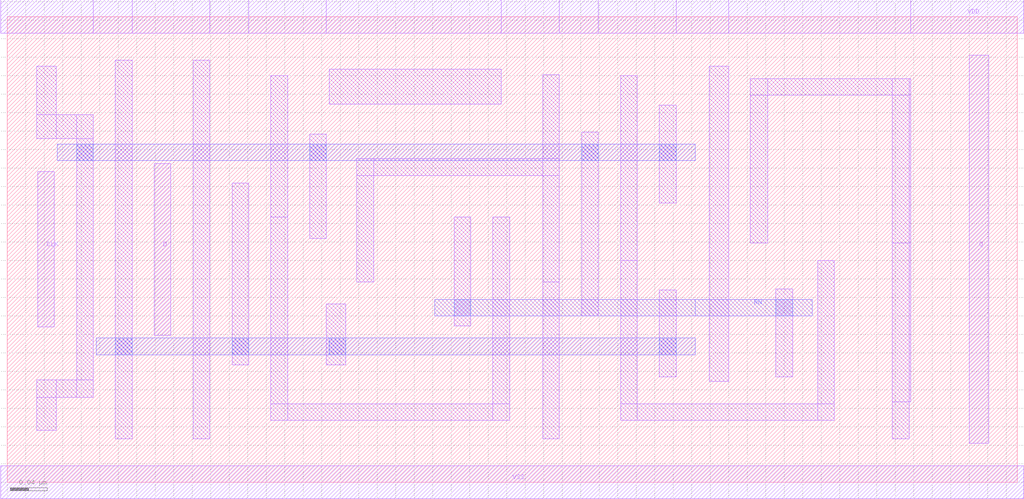
<source format=lef>
# 
# ******************************************************************************
# *                                                                            *
# *                   Copyright (C) 2004-2014, Nangate Inc.                    *
# *                           All rights reserved.                             *
# *                                                                            *
# * Nangate and the Nangate logo are trademarks of Nangate Inc.                *
# *                                                                            *
# * All trademarks, logos, software marks, and trade names (collectively the   *
# * "Marks") in this program are proprietary to Nangate or other respective    *
# * owners that have granted Nangate the right and license to use such Marks.  *
# * You are not permitted to use the Marks without the prior written consent   *
# * of Nangate or such third party that may own the Marks.                     *
# *                                                                            *
# * This file has been provided pursuant to a License Agreement containing     *
# * restrictions on its use. This file contains valuable trade secrets and     *
# * proprietary information of Nangate Inc., and is protected by U.S. and      *
# * international laws and/or treaties.                                        *
# *                                                                            *
# * The copyright notice(s) in this file does not indicate actual or intended  *
# * publication of this file.                                                  *
# *                                                                            *
# *       NGLibraryCreator, Development_version_64 - build 201405300513        *
# *                                                                            *
# ******************************************************************************
# 
# 
# Running on us19.nangate.us for user Lucio Rech (lre).
# Local time is now Tue, 3 Jun 2014, 13:07:07.
# Main process id is 12480.

VERSION 5.8 ;
BUSBITCHARS "[]" ;
DIVIDERCHAR "/" ;

SITE CORE_TypTyp_0p4_25
  SYMMETRY y ;
  CLASS core ;
  SIZE 0.042 BY 0.504 ;
END CORE_TypTyp_0p4_25

MACRO AND2_X1
  CLASS core ;
  FOREIGN AND2_X1 0.0 0.0 ;
  ORIGIN 0 0 ;
  SYMMETRY X Y ;
  SITE CORE_TypTyp_0p4_25 ;
  SIZE 0.252 BY 0.504 ;
  PIN A1
    DIRECTION INPUT ;
    PORT
      LAYER M1 ;
  RECT 0.116812 0.168 0.135187 0.456685 ;
    END
  END A1
  PIN A2
    DIRECTION INPUT ;
    PORT
      LAYER M1 ;
  RECT 0.0328125 0.0833435 0.0511875 0.34453 ;
    END
  END A2
  PIN Z
    DIRECTION OUTPUT ;
    PORT
      LAYER M1 ;
  RECT 0.200812 0.0748125 0.219187 0.42 ;
    END
  END Z
  PIN VDD
    DIRECTION INOUT ;
    USE power ;
    SHAPE ABUTMENT ;
    PORT
      LAYER M1 ;
  RECT -0.0065625 0.485625 0.177187 0.522375 ;
  RECT 0.177187 0.485625 0.258562 0.522375 ;
    END
  END VDD
  PIN VSS
    DIRECTION INOUT ;
    USE ground ;
    SHAPE ABUTMENT ;
    PORT
      LAYER M1 ;
  RECT -0.0065625 -0.018375 0.258562 0.018375 ;
    END
  END VSS
  OBS
      LAYER M1 ;
  RECT 0.0748125 0.106312 0.093122 0.124687 ;
  RECT 0.0748125 0.124687 0.093122 0.280875 ;
  RECT 0.0748125 0.280875 0.093122 0.357 ;
  RECT 0.093122 0.106312 0.158812 0.124687 ;
  RECT 0.158812 0.106312 0.177187 0.124687 ;
  RECT 0.158812 0.124687 0.177187 0.280875 ;
      LAYER M1 ;
  RECT 0.0748125 0.106312 0.093122 0.124687 ;
  RECT 0.0748125 0.124687 0.093122 0.280875 ;
  RECT 0.0748125 0.280875 0.093122 0.357 ;
  RECT 0.093122 0.106312 0.158812 0.124687 ;
  RECT 0.158812 0.106312 0.177187 0.124687 ;
  RECT 0.158812 0.124687 0.177187 0.280875 ;
  END
END AND2_X1

MACRO AND2_X2
  CLASS core ;
  FOREIGN AND2_X2 0.0 0.0 ;
  ORIGIN 0 0 ;
  SYMMETRY X Y ;
  SITE CORE_TypTyp_0p4_25 ;
  SIZE 0.252 BY 0.504 ; 
  PIN A1
    DIRECTION INPUT ;
    PORT
      LAYER M1 ;
RECT 0.100 0.168 0.116 0.336   ; 
    END
  END A1
  PIN A2
    DIRECTION INPUT ;
    PORT
      LAYER M1 ;
RECT 0.025 0.163 0.047 0.341   ; 
    END
  END A2
  PIN Z
    DIRECTION OUTPUT ;
    PORT
      LAYER M1 ;
RECT 0.170 0.042 0.172 0.085   ; 
RECT 0.170 0.419 0.172 0.462   ; 
RECT 0.172 0.042 0.188 0.085   ; 
RECT 0.172 0.085 0.188 0.419   ; 
RECT 0.172 0.419 0.188 0.462   ; 
    END
  END Z
  PIN VDD
    DIRECTION INOUT ;
    USE power ;
    SHAPE ABUTMENT ;
    PORT
      LAYER M1 ;
RECT -0.006 0.486 0.152 0.522   ; 
RECT 0.152 0.486 0.258 0.522   ; 
    END
  END VDD
  PIN VSS
    DIRECTION INOUT ;
    USE ground ;
    SHAPE ABUTMENT ;
    PORT
      LAYER M1 ;
RECT -0.006 -0.018 0.258 0.018   ; 
    END
  END VSS
  OBS
      LAYER M1 ;
RECT 0.030 0.377 0.046 0.395   ; 
RECT 0.046 0.109 0.136 0.127   ; 
RECT 0.046 0.377 0.136 0.395   ; 
RECT 0.136 0.109 0.152 0.127   ; 
RECT 0.136 0.127 0.152 0.377   ; 
RECT 0.136 0.377 0.152 0.395   ; 
      LAYER M1 ;
RECT 0.030 0.377 0.046 0.395   ; 
RECT 0.046 0.109 0.136 0.127   ; 
RECT 0.046 0.377 0.136 0.395   ; 
RECT 0.136 0.109 0.152 0.127   ; 
RECT 0.136 0.127 0.152 0.377   ; 
RECT 0.136 0.377 0.152 0.395   ; 
  END
END AND2_X2


MACRO AND3_X1
  CLASS core ;
  FOREIGN AND3_X1 0.0 0.0 ;
  ORIGIN 0 0 ;
  SYMMETRY X Y ;
  SITE CORE_TypTyp_0p4_25 ;
  SIZE 0.336 BY 0.504 ;
  PIN A1
    DIRECTION INPUT ;
    PORT
      LAYER M1 ;
  RECT 0.200812 0.126 0.219187 0.378 ;
    END
  END A1
  PIN A2
    DIRECTION INPUT ;
    PORT
      LAYER M1 ;
  RECT 0.113466 0.126 0.138469 0.378 ;
    END
  END A2
  PIN A3
    DIRECTION INPUT ;
    PORT
      LAYER M1 ;
  RECT 0.0315 0.126 0.0525 0.378 ;
    END
  END A3
  PIN Z
    DIRECTION OUTPUT ;
    PORT
      LAYER M1 ;
  RECT 0.284813 0.0748125 0.303187 0.429187 ;
    END
  END Z
  PIN VDD
    DIRECTION INOUT ;
    USE power ;
    SHAPE ABUTMENT ;
    PORT
      LAYER M1 ;
  RECT -0.0065625 0.485625 0.261188 0.522375 ;
  RECT 0.261188 0.485625 0.342562 0.522375 ;
    END
  END VDD
  PIN VSS
    DIRECTION INOUT ;
    USE ground ;
    SHAPE ABUTMENT ;
    PORT
      LAYER M1 ;
  RECT -0.0065625 -0.018375 0.342562 0.018375 ;
    END
  END VSS
  OBS
      LAYER M1 ;
  RECT 0.051844 0.065625 0.156187 0.086625 ;
  RECT 0.0354375 0.414095 0.179812 0.43247 ;
  RECT 0.179812 0.062344 0.242812 0.089906 ;
  RECT 0.179812 0.414095 0.242812 0.43247 ;
  RECT 0.242812 0.062344 0.261188 0.089906 ;
  RECT 0.242812 0.089906 0.261188 0.414095 ;
  RECT 0.242812 0.414095 0.261188 0.43247 ;
      LAYER M1 ;
  RECT 0.051844 0.065625 0.156187 0.086625 ;
  RECT 0.0354375 0.414095 0.179812 0.43247 ;
  RECT 0.179812 0.062344 0.242812 0.089906 ;
  RECT 0.179812 0.414095 0.242812 0.43247 ;
  RECT 0.242812 0.062344 0.261188 0.089906 ;
  RECT 0.242812 0.089906 0.261188 0.414095 ;
  RECT 0.242812 0.414095 0.261188 0.43247 ;
  END
END AND3_X1

MACRO AND3_X2
  CLASS core ;
  FOREIGN AND3_X2 0.0 0.0 ;
  ORIGIN 0 0 ;
  SYMMETRY X Y ;
  SITE CORE_TypTyp_0p4_25 ;
  SIZE 0.336 BY 0.504 ;
  PIN A1
    DIRECTION INPUT ;
    PORT
      LAYER M1 ;
  RECT 0.116812 0.21 0.135187 0.336655 ;
    END
  END A1
  PIN A2
    DIRECTION INPUT ;
    PORT
      LAYER M1 ;
  RECT 0.0295312 0.168 0.054469 0.336 ;
    END
  END A2
  PIN A3
    DIRECTION INPUT ;
    PORT
      LAYER M1 ;
  RECT 0.158812 0.198187 0.177187 0.352405 ;
    END
  END A3
  PIN Z
    DIRECTION OUTPUT ;
    PORT
      LAYER M1 ;
  RECT 0.240187 0.042 0.242812 0.103031 ;
  RECT 0.240187 0.418687 0.242812 0.462 ;
  RECT 0.242812 0.042 0.261188 0.103031 ;
  RECT 0.242812 0.103031 0.261188 0.418687 ;
  RECT 0.242812 0.418687 0.261188 0.462 ;
    END
  END Z
  PIN VDD
    DIRECTION INOUT ;
    USE power ;
    SHAPE ABUTMENT ;
    PORT
      LAYER M1 ;
  RECT -0.0065625 0.485625 0.219187 0.522375 ;
  RECT 0.219187 0.485625 0.342562 0.522375 ;
    END
  END VDD
  PIN VSS
    DIRECTION INOUT ;
    USE ground ;
    SHAPE ABUTMENT ;
    PORT
      LAYER M1 ;
  RECT -0.0065625 -0.018375 0.342562 0.018375 ;
    END
  END VSS
  OBS
      LAYER M1 ;
  RECT 0.0315 0.04725 0.0525 0.102375 ;
  RECT 0.0315 0.102375 0.0525 0.123375 ;
  RECT 0.0525 0.102375 0.195562 0.123375 ;
  RECT 0.0354375 0.38128 0.0958125 0.40228 ;
  RECT 0.0958125 0.147 0.200812 0.165375 ;
  RECT 0.0958125 0.38128 0.200812 0.40228 ;
  RECT 0.200812 0.147 0.219187 0.165375 ;
  RECT 0.200812 0.165375 0.219187 0.38128 ;
  RECT 0.200812 0.38128 0.219187 0.40228 ;
      LAYER M1 ;
  RECT 0.0315 0.04725 0.0525 0.102375 ;
  RECT 0.0315 0.102375 0.0525 0.123375 ;
  RECT 0.0525 0.102375 0.195562 0.123375 ;
  RECT 0.0354375 0.38128 0.0958125 0.40228 ;
  RECT 0.0958125 0.147 0.200812 0.165375 ;
  RECT 0.0958125 0.38128 0.200812 0.40228 ;
  RECT 0.200812 0.147 0.219187 0.165375 ;
  RECT 0.200812 0.165375 0.219187 0.38128 ;
  RECT 0.200812 0.38128 0.219187 0.40228 ;
  END
END AND3_X2

MACRO AND4_X1
  CLASS core ;
  FOREIGN AND4_X1 0.0 0.0 ;
  ORIGIN 0 0 ;
  SYMMETRY X Y ;
  SITE CORE_TypTyp_0p4_25 ;
  SIZE 0.378 BY 0.504 ;
  PIN A1
    DIRECTION INPUT ;
    PORT
      LAYER M1 ;
  RECT 0.242812 0.126 0.261188 0.378 ;
    END
  END A1
  PIN A2
    DIRECTION INPUT ;
    PORT
      LAYER M1 ;
  RECT 0.1575 0.126 0.1785 0.378 ;
    END
  END A2
  PIN A3
    DIRECTION INPUT ;
    PORT
      LAYER M1 ;
  RECT 0.0748125 0.126 0.093122 0.336 ;
    END
  END A3
  PIN A4
    DIRECTION INPUT ;
    PORT
      LAYER M1 ;
  RECT 0.0328125 0.126 0.0511875 0.378 ;
    END
  END A4
  PIN Z
    DIRECTION OUTPUT ;
    PORT
      LAYER M1 ;
  RECT 0.326813 0.0748125 0.345187 0.429187 ;
    END
  END Z
  PIN VDD
    DIRECTION INOUT ;
    USE power ;
    SHAPE ABUTMENT ;
    PORT
      LAYER M1 ;
  RECT -0.0065625 0.485625 0.303187 0.522375 ;
  RECT 0.303187 0.485625 0.384562 0.522375 ;
    END
  END VDD
  PIN VSS
    DIRECTION INOUT ;
    USE ground ;
    SHAPE ABUTMENT ;
    PORT
      LAYER M1 ;
  RECT -0.0065625 -0.018375 0.384562 0.018375 ;
    END
  END VSS
  OBS
      LAYER M1 ;
  RECT 0.0538125 0.417375 0.221812 0.438375 ;
  RECT 0.221812 0.065625 0.284813 0.086625 ;
  RECT 0.221812 0.417375 0.284813 0.438375 ;
  RECT 0.284813 0.065625 0.303187 0.086625 ;
  RECT 0.284813 0.086625 0.303187 0.417375 ;
  RECT 0.284813 0.417375 0.303187 0.438375 ;
  RECT 0.0924655 0.064969 0.195562 0.096469 ;
      LAYER M1 ;
  RECT 0.0538125 0.417375 0.221812 0.438375 ;
  RECT 0.221812 0.065625 0.284813 0.086625 ;
  RECT 0.221812 0.417375 0.284813 0.438375 ;
  RECT 0.284813 0.065625 0.303187 0.086625 ;
  RECT 0.284813 0.086625 0.303187 0.417375 ;
  RECT 0.284813 0.417375 0.303187 0.438375 ;
  RECT 0.0924655 0.064969 0.195562 0.096469 ;
  END
END AND4_X1

MACRO AND4_X2
  CLASS core ;
  FOREIGN AND4_X2 0.0 0.0 ;
  ORIGIN 0 0 ;
  SYMMETRY X Y ;
  SITE CORE_TypTyp_0p4_25 ;
  SIZE 0.378 BY 0.504 ; 
  PIN A1
    DIRECTION INPUT ;
    PORT
      LAYER M1 ;
 RECT 0.219 0.158 0.235 0.378   ; 
    END
  END A1
  PIN A2
    DIRECTION INPUT ;
    PORT
      LAYER M1 ;
 RECT 0.143 0.126 0.159 0.379   ; 
    END
  END A2
  PIN A3
    DIRECTION INPUT ;
    PORT
      LAYER M1 ;
 RECT 0.067 0.126 0.084 0.379   ; 
    END
  END A3
  PIN A4
    DIRECTION INPUT ;
    PORT
      LAYER M1 ;
 RECT 0.030 0.126 0.046 0.379   ; 
    END
  END A4
  PIN Z
    DIRECTION OUTPUT ;
    PORT
      LAYER M1 ;
 RECT 0.294 0.063 0.311 0.420   ; 
    END
  END Z
  PIN VDD
    DIRECTION INOUT ;
    USE power ;
    SHAPE ABUTMENT ;
    PORT
      LAYER M1 ;
 RECT -0.006 0.486 0.273 0.522   ; 
 RECT 0.273 0.486 0.384 0.522   ; 
    END
  END VDD
  PIN VSS
    DIRECTION INOUT ;
    USE ground ;
    SHAPE ABUTMENT ;
    PORT
      LAYER M1 ;
 RECT -0.006 -0.018 0.384 0.018   ; 
    END
  END VSS
  OBS
      LAYER M1 ;
 RECT 0.084 0.066 0.176 0.087   ; 
 RECT 0.048 0.417 0.202 0.438   ; 
 RECT 0.202 0.108 0.256 0.129   ; 
 RECT 0.202 0.417 0.256 0.438   ; 
 RECT 0.256 0.108 0.273 0.129   ; 
 RECT 0.256 0.129 0.273 0.417   ; 
 RECT 0.256 0.417 0.273 0.438   ; 
      LAYER M1 ;
 RECT 0.084 0.066 0.176 0.087   ; 
 RECT 0.048 0.417 0.202 0.438   ; 
 RECT 0.202 0.108 0.256 0.129   ; 
 RECT 0.202 0.417 0.256 0.438   ; 
 RECT 0.256 0.108 0.273 0.129   ; 
 RECT 0.256 0.129 0.273 0.417   ; 
 RECT 0.256 0.417 0.273 0.438   ; 
  END
END AND4_X2

MACRO ANTENNA
  CLASS core ;
  FOREIGN ANTENNA 0.0 0.0 ;
  ORIGIN 0 0 ;
  SYMMETRY X Y ;
  SITE CORE_TypTyp_0p4_25 ;
  SIZE 0.126 BY 0.504 ;
END ANTENNA

MACRO AOI21_X1
  CLASS core ;
  FOREIGN AOI21_X1 0.0 0.0 ;
  ORIGIN 0 0 ;
  SYMMETRY X Y ;
  SITE CORE_TypTyp_0p4_25 ;
  SIZE 0.252 BY 0.504 ;
  PIN A1
    DIRECTION INPUT ;
    PORT
      LAYER M1 ;
  RECT 0.116812 0.126 0.135187 0.336 ;
    END
  END A1
  PIN A2
    DIRECTION INPUT ;
    PORT
      LAYER M1 ;
  RECT 0.0328125 0.0879375 0.0511875 0.336 ;
    END
  END A2
  PIN B
    DIRECTION INPUT ;
    PORT
      LAYER M1 ;
  RECT 0.200812 0.126 0.219187 0.336 ;
    END
  END B
  PIN ZN
    DIRECTION OUTPUT ;
    PORT
      LAYER M1 ;
  RECT 0.0748125 0.065625 0.093122 0.086625 ;
  RECT 0.0748125 0.086625 0.093122 0.35175 ;
  RECT 0.093122 0.065625 0.200812 0.086625 ;
    END
  END ZN
  PIN VDD
    DIRECTION INOUT ;
    USE power ;
    SHAPE ABUTMENT ;
    PORT
      LAYER M1 ;
  RECT -0.0065625 0.485625 0.195562 0.522375 ;
  RECT 0.195562 0.485625 0.258562 0.522375 ;
    END
  END VDD
  PIN VSS
    DIRECTION INOUT ;
    USE ground ;
    SHAPE ABUTMENT ;
    PORT
      LAYER M1 ;
  RECT -0.0065625 -0.018375 0.258562 0.018375 ;
    END
  END VSS
  OBS
      LAYER M1 ;
  RECT 0.0315 0.380625 0.0525 0.401625 ;
  RECT 0.0315 0.401625 0.0525 0.462 ;
  RECT 0.0525 0.380625 0.195562 0.401625 ;
      LAYER M1 ;
  RECT 0.0315 0.380625 0.0525 0.401625 ;
  RECT 0.0315 0.401625 0.0525 0.462 ;
  RECT 0.0525 0.380625 0.195562 0.401625 ;
  END
END AOI21_X1

MACRO AOI21_X2
  CLASS core ;
  FOREIGN AOI21_X2 0.0 0.0 ;
  ORIGIN 0 0 ;
  SYMMETRY X Y ;
  SITE CORE_TypTyp_0p4_25 ;
 SIZE 0.252 BY 0.504 ; 
  PIN A1
    DIRECTION INPUT ;
    PORT
      LAYER M1 ;
 RECT 0.162 0.198 0.174 0.294   ; 
    END
  END A1
  PIN A2
    DIRECTION INPUT ;
    PORT
      LAYER M1 ;
 RECT 0.106 0.151 0.118 0.169   ; 
 RECT 0.106 0.169 0.118 0.294   ; 
 RECT 0.106 0.294 0.118 0.336   ; 
 RECT 0.118 0.151 0.216 0.169   ; 
 RECT 0.216 0.151 0.232 0.169   ; 
 RECT 0.216 0.169 0.232 0.294   ; 
    END
  END A2
  PIN B
    DIRECTION INPUT ;
    PORT
      LAYER M1 ;
 RECT 0.050 0.168 0.062 0.294   ; 
    END
  END B
  PIN ZN
    DIRECTION OUTPUT ;
    PORT
      LAYER M1 ;
 RECT 0.034 0.109 0.078 0.127   ; 
 RECT 0.078 0.109 0.090 0.127   ; 
 RECT 0.078 0.127 0.090 0.321   ; 
 RECT 0.078 0.321 0.090 0.375   ; 
 RECT 0.078 0.375 0.090 0.393   ; 
 RECT 0.090 0.109 0.188 0.127   ; 
 RECT 0.090 0.375 0.188 0.393   ; 
 RECT 0.188 0.375 0.190 0.393   ; 
 RECT 0.190 0.321 0.202 0.375   ; 
 RECT 0.190 0.375 0.202 0.393   ; 
    END
  END ZN
  PIN VDD
    DIRECTION INOUT ;
    USE power ;
    SHAPE ABUTMENT ;
    PORT
      LAYER M1 ;
 RECT -0.004 0.486 0.230 0.522   ; 
 RECT 0.230 0.486 0.234 0.522   ; 
 RECT 0.234 0.486 0.256 0.522   ; 
    END
  END VDD
  PIN VSS
    DIRECTION INOUT ;
    USE ground ;
    SHAPE ABUTMENT ;
    PORT
      LAYER M1 ;
 RECT -0.004 -0.018 0.256 0.018   ; 
    END
  END VSS
  OBS
      LAYER M1 ;
 RECT 0.021 0.361 0.035 0.417   ; 
 RECT 0.021 0.417 0.035 0.439   ; 
 RECT 0.035 0.417 0.218 0.439   ; 
 RECT 0.218 0.339 0.230 0.361   ; 
 RECT 0.218 0.361 0.230 0.417   ; 
 RECT 0.218 0.417 0.230 0.439   ; 
 RECT 0.064 0.067 0.234 0.085   ; 
      LAYER M1 ;
 RECT 0.021 0.361 0.035 0.417   ; 
 RECT 0.021 0.417 0.035 0.439   ; 
 RECT 0.035 0.417 0.218 0.439   ; 
 RECT 0.218 0.339 0.230 0.361   ; 
 RECT 0.218 0.361 0.230 0.417   ; 
 RECT 0.218 0.417 0.230 0.439   ; 
 RECT 0.064 0.067 0.234 0.085   ; 
  END
END AOI21_X2

MACRO AOI22_X1
  CLASS core ;
  FOREIGN AOI22_X1 0.0 0.0 ;
  ORIGIN 0 0 ;
  SYMMETRY X Y ;
  SITE CORE_TypTyp_0p4_25 ;
  SIZE 0.294 BY 0.504 ;
  PIN A1
    DIRECTION INPUT ;
    PORT
      LAYER M1 ;
  RECT 0.158812 0.126 0.177187 0.336 ;
    END
  END A1
  PIN A2
    DIRECTION INPUT ;
    PORT
      LAYER M1 ;
  RECT 0.242812 0.126 0.261188 0.31828 ;
    END
  END A2
  PIN B1
    DIRECTION INPUT ;
    PORT
      LAYER M1 ;
  RECT 0.0748125 0.129937 0.093122 0.378 ;
    END
  END B1
  PIN B2
    DIRECTION INPUT ;
    PORT
      LAYER M1 ;
  RECT 0.0328125 0.126 0.0511875 0.378 ;
    END
  END B2
  PIN ZN
    DIRECTION OUTPUT ;
    PORT
      LAYER M1 ;
  RECT 0.0924655 0.066872 0.200812 0.0853125 ;
  RECT 0.200812 0.066872 0.219187 0.0853125 ;
  RECT 0.200812 0.0853125 0.219187 0.381937 ;
    END
  END ZN
  PIN VDD
    DIRECTION INOUT ;
    USE power ;
    SHAPE ABUTMENT ;
    PORT
      LAYER M1 ;
  RECT -0.0065625 0.485625 0.261188 0.522375 ;
  RECT 0.261188 0.485625 0.300563 0.522375 ;
    END
  END VDD
  PIN VSS
    DIRECTION INOUT ;
    USE ground ;
    SHAPE ABUTMENT ;
    PORT
      LAYER M1 ;
  RECT -0.0065625 -0.018375 0.300563 0.018375 ;
    END
  END VSS
  OBS
      LAYER M1 ;
  RECT 0.0538125 0.413438 0.242812 0.442312 ;
  RECT 0.242812 0.362905 0.261188 0.413438 ;
  RECT 0.242812 0.413438 0.261188 0.442312 ;
      LAYER M1 ;
  RECT 0.0538125 0.413438 0.242812 0.442312 ;
  RECT 0.242812 0.362905 0.261188 0.413438 ;
  RECT 0.242812 0.413438 0.261188 0.442312 ;
  END
END AOI22_X1

MACRO AOI22_X2
  CLASS core ;
  FOREIGN AOI22_X2 0.0 0.0 ;
  ORIGIN 0 0 ;
  SYMMETRY X Y ;
  SITE CORE_TypTyp_0p4_25 ;
 SIZE 0.294 BY 0.504 ; 
  PIN A1
    DIRECTION INPUT ;
    PORT
      LAYER M1 ;
 RECT 0.166 0.180 0.177 0.198   ; 
 RECT 0.166 0.198 0.177 0.321   ; 
 RECT 0.166 0.321 0.177 0.336   ; 
 RECT 0.177 0.180 0.250 0.198   ; 
 RECT 0.250 0.180 0.264 0.198   ; 
 RECT 0.264 0.180 0.275 0.198   ; 
 RECT 0.264 0.198 0.275 0.321   ; 
    END
  END A1
  PIN A2
    DIRECTION INPUT ;
    PORT
      LAYER M1 ;
 RECT 0.215 0.243 0.226 0.336   ; 
    END
  END A2
  PIN B1
    DIRECTION INPUT ;
    PORT
      LAYER M1 ;
 RECT 0.117 0.201 0.128 0.345   ; 
    END
  END B1
  PIN B2
    DIRECTION INPUT ;
    PORT
      LAYER M1 ;
 RECT 0.019 0.159 0.030 0.336   ; 
    END
  END B2
  PIN ZN
    DIRECTION OUTPUT ;
    PORT
      LAYER M1 ;
 RECT 0.093 0.131 0.103 0.150   ; 
 RECT 0.093 0.150 0.103 0.150   ; 
 RECT 0.093 0.150 0.103 0.210   ; 
 RECT 0.103 0.131 0.139 0.150   ; 
 RECT 0.139 0.131 0.142 0.150   ; 
 RECT 0.142 0.131 0.152 0.150   ; 
 RECT 0.142 0.150 0.152 0.150   ; 
 RECT 0.142 0.150 0.152 0.210   ; 
 RECT 0.142 0.210 0.152 0.304   ; 
 RECT 0.142 0.304 0.152 0.373   ; 
 RECT 0.142 0.373 0.152 0.395   ; 
 RECT 0.152 0.131 0.240 0.150   ; 
 RECT 0.152 0.150 0.240 0.150   ; 
 RECT 0.152 0.373 0.240 0.395   ; 
 RECT 0.240 0.131 0.250 0.150   ; 
 RECT 0.240 0.150 0.250 0.150   ; 
 RECT 0.240 0.304 0.250 0.373   ; 
 RECT 0.240 0.373 0.250 0.395   ; 
 RECT 0.250 0.131 0.264 0.150   ; 
 RECT 0.250 0.150 0.264 0.150   ; 
 RECT 0.264 0.063 0.275 0.131   ; 
 RECT 0.264 0.131 0.275 0.150   ; 
 RECT 0.264 0.150 0.275 0.150   ; 
    END
  END ZN
  PIN VDD
    DIRECTION INOUT ;
    USE power ;
    SHAPE ABUTMENT ;
    PORT
      LAYER M1 ;
 RECT -0.004 0.486 0.275 0.522   ; 
 RECT 0.275 0.486 0.298 0.522   ; 
    END
  END VDD
  PIN VSS
    DIRECTION INOUT ;
    USE ground ;
    SHAPE ABUTMENT ;
    PORT
      LAYER M1 ;
 RECT -0.004 -0.018 0.298 0.018   ; 
    END
  END VSS
  OBS
      LAYER M1 ;
 RECT 0.155 0.087 0.240 0.108   ; 
 RECT 0.240 0.047 0.250 0.087   ; 
 RECT 0.240 0.087 0.250 0.108   ; 
 RECT 0.029 0.419 0.264 0.437   ; 
 RECT 0.264 0.366 0.275 0.419   ; 
 RECT 0.264 0.419 0.275 0.437   ; 
 RECT 0.033 0.057 0.139 0.095   ; 
      LAYER M1 ;
 RECT 0.155 0.087 0.240 0.108   ; 
 RECT 0.240 0.047 0.250 0.087   ; 
 RECT 0.240 0.087 0.250 0.108   ; 
 RECT 0.029 0.419 0.264 0.437   ; 
 RECT 0.264 0.366 0.275 0.419   ; 
 RECT 0.264 0.419 0.275 0.437   ; 
 RECT 0.033 0.057 0.139 0.095   ; 
  END
END AOI22_X2

MACRO BUF_X1
  CLASS core ;
  FOREIGN BUF_X1 0.0 0.0 ;
  ORIGIN 0 0 ;
  SYMMETRY X Y ;
  SITE CORE_TypTyp_0p4_25 ;
  SIZE 0.21 BY 0.504 ;
  PIN I
    DIRECTION INPUT ;
    PORT
      LAYER M1 ;
  RECT 0.0328125 0.126 0.0511875 0.378 ;
    END
  END I
  PIN Z
    DIRECTION OUTPUT ;
    PORT
      LAYER M1 ;
  RECT 0.1575 0.0748125 0.1785 0.462 ;
    END
  END Z
  PIN VDD
    DIRECTION INOUT ;
    USE power ;
    SHAPE ABUTMENT ;
    PORT
      LAYER M1 ;
  RECT -0.0065625 0.485625 0.093778 0.522375 ;
  RECT 0.093778 0.485625 0.216562 0.522375 ;
    END
  END VDD
  PIN VSS
    DIRECTION INOUT ;
    USE ground ;
    SHAPE ABUTMENT ;
    PORT
      LAYER M1 ;
  RECT -0.0065625 -0.018375 0.216562 0.018375 ;
    END
  END VSS
  OBS
      LAYER M1 ;
  RECT 0.0748125 0.04725 0.075469 0.121406 ;
  RECT 0.0748125 0.121406 0.075469 0.139781 ;
  RECT 0.0748125 0.280875 0.075469 0.29925 ;
  RECT 0.0748125 0.29925 0.075469 0.366187 ;
  RECT 0.075469 0.04725 0.093122 0.121406 ;
  RECT 0.075469 0.121406 0.093122 0.139781 ;
  RECT 0.075469 0.139781 0.093122 0.280875 ;
  RECT 0.075469 0.280875 0.093122 0.29925 ;
  RECT 0.075469 0.29925 0.093122 0.366187 ;
  RECT 0.093122 0.121406 0.093778 0.139781 ;
  RECT 0.093122 0.139781 0.093778 0.280875 ;
  RECT 0.093122 0.280875 0.093778 0.29925 ;
      LAYER M1 ;
  RECT 0.0748125 0.04725 0.075469 0.121406 ;
  RECT 0.0748125 0.121406 0.075469 0.139781 ;
  RECT 0.0748125 0.280875 0.075469 0.29925 ;
  RECT 0.0748125 0.29925 0.075469 0.366187 ;
  RECT 0.075469 0.04725 0.093122 0.121406 ;
  RECT 0.075469 0.121406 0.093122 0.139781 ;
  RECT 0.075469 0.139781 0.093122 0.280875 ;
  RECT 0.075469 0.280875 0.093122 0.29925 ;
  RECT 0.075469 0.29925 0.093122 0.366187 ;
  RECT 0.093122 0.121406 0.093778 0.139781 ;
  RECT 0.093122 0.139781 0.093778 0.280875 ;
  RECT 0.093122 0.280875 0.093778 0.29925 ;
  END
END BUF_X1

MACRO BUF_X2
  CLASS core ;
  FOREIGN BUF_X2 0.0 0.0 ;
  ORIGIN 0 0 ;
  SYMMETRY X Y ;
  SITE CORE_TypTyp_0p4_25 ;
  SIZE 0.21 BY 0.504 ;
  PIN I
    DIRECTION INPUT ;
    PORT
      LAYER M1 ;
  RECT 0.0328125 0.175219 0.0511875 0.336 ;
    END
  END I
  PIN Z
    DIRECTION OUTPUT ;
    PORT
      LAYER M1 ;
  RECT 0.114122 0.39572 0.116156 0.462 ;
  RECT 0.116156 0.04725 0.116812 0.086625 ;
  RECT 0.116156 0.39572 0.116812 0.462 ;
  RECT 0.116812 0.04725 0.135187 0.086625 ;
  RECT 0.116812 0.086625 0.135187 0.39572 ;
  RECT 0.116812 0.39572 0.135187 0.462 ;
    END
  END Z
  PIN VDD
    DIRECTION INOUT ;
    USE power ;
    SHAPE ABUTMENT ;
    PORT
      LAYER M1 ;
  RECT -0.0065625 0.485625 0.093122 0.522375 ;
  RECT 0.093122 0.485625 0.216562 0.522375 ;
    END
  END VDD
  PIN VSS
    DIRECTION INOUT ;
    USE ground ;
    SHAPE ABUTMENT ;
    PORT
      LAYER M1 ;
  RECT -0.0065625 -0.018375 0.216562 0.018375 ;
    END
  END VSS
  OBS
      LAYER M1 ;
  RECT 0.0275625 0.364875 0.0328125 0.38325 ;
  RECT 0.0275625 0.38325 0.0328125 0.450188 ;
  RECT 0.0328125 0.063 0.0511875 0.126 ;
  RECT 0.0328125 0.126 0.0511875 0.144375 ;
  RECT 0.0328125 0.364875 0.0511875 0.38325 ;
  RECT 0.0328125 0.38325 0.0511875 0.450188 ;
  RECT 0.0511875 0.126 0.056372 0.144375 ;
  RECT 0.0511875 0.364875 0.056372 0.38325 ;
  RECT 0.0511875 0.38325 0.056372 0.450188 ;
  RECT 0.056372 0.126 0.0748125 0.144375 ;
  RECT 0.056372 0.364875 0.0748125 0.38325 ;
  RECT 0.0748125 0.126 0.093122 0.144375 ;
  RECT 0.0748125 0.144375 0.093122 0.364875 ;
  RECT 0.0748125 0.364875 0.093122 0.38325 ;
      LAYER M1 ;
  RECT 0.0275625 0.364875 0.0328125 0.38325 ;
  RECT 0.0275625 0.38325 0.0328125 0.450188 ;
  RECT 0.0328125 0.063 0.0511875 0.126 ;
  RECT 0.0328125 0.126 0.0511875 0.144375 ;
  RECT 0.0328125 0.364875 0.0511875 0.38325 ;
  RECT 0.0328125 0.38325 0.0511875 0.450188 ;
  RECT 0.0511875 0.126 0.056372 0.144375 ;
  RECT 0.0511875 0.364875 0.056372 0.38325 ;
  RECT 0.0511875 0.38325 0.056372 0.450188 ;
  RECT 0.056372 0.126 0.0748125 0.144375 ;
  RECT 0.056372 0.364875 0.0748125 0.38325 ;
  RECT 0.0748125 0.126 0.093122 0.144375 ;
  RECT 0.0748125 0.144375 0.093122 0.364875 ;
  RECT 0.0748125 0.364875 0.093122 0.38325 ;
  END
END BUF_X2

MACRO BUF_X4
  CLASS core ;
  FOREIGN BUF_X4 0.0 0.0 ;
  ORIGIN 0 0 ;
  SYMMETRY X Y ;
  SITE CORE_TypTyp_0p4_25 ;
 SIZE 0.210 BY 0.504 ; 
  PIN I
    DIRECTION INPUT ;
    PORT
      LAYER M1 ;
 RECT 0.073 0.159 0.084 0.345   ; 
    END
  END I
  PIN Z
    DIRECTION OUTPUT ;
    PORT
      LAYER M1 ;
 RECT 0.059 0.067 0.086 0.085   ; 
 RECT 0.086 0.067 0.111 0.085   ; 
 RECT 0.086 0.419 0.111 0.437   ; 
 RECT 0.111 0.067 0.151 0.085   ; 
 RECT 0.111 0.419 0.151 0.437   ; 
 RECT 0.151 0.067 0.164 0.085   ; 
 RECT 0.151 0.085 0.164 0.419   ; 
 RECT 0.151 0.419 0.164 0.437   ; 
    END
  END Z
  PIN VDD
    DIRECTION INOUT ;
    USE power ;
    SHAPE ABUTMENT ;
    PORT
      LAYER M1 ;
 RECT -0.004 0.486 0.111 0.522   ; 
 RECT 0.111 0.486 0.214 0.522   ; 
    END
  END VDD
  PIN VSS
    DIRECTION INOUT ;
    USE ground ;
    SHAPE ABUTMENT ;
    PORT
      LAYER M1 ;
 RECT -0.004 -0.018 0.214 0.018   ; 
    END
  END VSS
  OBS
      LAYER M1 ;
 RECT 0.011 0.109 0.035 0.130   ; 
 RECT 0.035 0.109 0.099 0.130   ; 
 RECT 0.035 0.374 0.099 0.395   ; 
 RECT 0.099 0.109 0.111 0.130   ; 
 RECT 0.099 0.130 0.111 0.374   ; 
 RECT 0.099 0.374 0.111 0.395   ; 
      LAYER M1 ;
 RECT 0.011 0.109 0.035 0.130   ; 
 RECT 0.035 0.109 0.099 0.130   ; 
 RECT 0.035 0.374 0.099 0.395   ; 
 RECT 0.099 0.109 0.111 0.130   ; 
 RECT 0.099 0.130 0.111 0.374   ; 
 RECT 0.099 0.374 0.111 0.395   ; 
  END
END BUF_X4

MACRO BUF_X8
  CLASS core ;
  FOREIGN BUF_X8 0.0 0.0 ;
  ORIGIN 0 0 ;
  SYMMETRY X Y ;
  SITE CORE_TypTyp_0p4_25 ;
 SIZE 0.210 BY 0.504 ; 
  PIN I
    DIRECTION INPUT ;
    PORT
      LAYER M1 ;
 RECT 0.012 0.168 0.018 0.240   ; 
 RECT 0.012 0.240 0.018 0.261   ; 
 RECT 0.012 0.261 0.018 0.336   ; 
 RECT 0.018 0.240 0.070 0.261   ; 
    END
  END I
  PIN Z
    DIRECTION OUTPUT ;
    PORT
      LAYER M1 ;
 RECT 0.079 0.067 0.164 0.085   ; 
 RECT 0.079 0.419 0.164 0.437   ; 
 RECT 0.164 0.067 0.177 0.085   ; 
 RECT 0.164 0.419 0.177 0.437   ; 
 RECT 0.177 0.067 0.183 0.085   ; 
 RECT 0.177 0.085 0.183 0.419   ; 
 RECT 0.177 0.419 0.183 0.437   ; 
    END
  END Z
  PIN VDD
    DIRECTION INOUT ;
    USE power ;
    SHAPE ABUTMENT ;
    PORT
      LAYER M1 ;
 RECT -0.002 0.486 0.164 0.522   ; 
 RECT 0.164 0.486 0.212 0.522   ; 
    END
  END VDD
  PIN VSS
    DIRECTION INOUT ;
    USE ground ;
    SHAPE ABUTMENT ;
    PORT
      LAYER M1 ;
 RECT -0.002 -0.018 0.212 0.018   ; 
    END
  END VSS
  OBS
      LAYER M1 ;
 RECT 0.023 0.064 0.027 0.122   ; 
 RECT 0.023 0.122 0.027 0.140   ; 
 RECT 0.027 0.064 0.033 0.122   ; 
 RECT 0.027 0.122 0.033 0.140   ; 
 RECT 0.027 0.346 0.033 0.383   ; 
 RECT 0.027 0.383 0.033 0.440   ; 
 RECT 0.033 0.064 0.037 0.122   ; 
 RECT 0.033 0.122 0.037 0.140   ; 
 RECT 0.033 0.346 0.037 0.383   ; 
 RECT 0.037 0.122 0.083 0.140   ; 
 RECT 0.037 0.346 0.083 0.383   ; 
 RECT 0.083 0.122 0.090 0.140   ; 
 RECT 0.083 0.140 0.090 0.224   ; 
 RECT 0.083 0.224 0.090 0.242   ; 
 RECT 0.083 0.242 0.090 0.346   ; 
 RECT 0.083 0.346 0.090 0.383   ; 
 RECT 0.090 0.224 0.164 0.242   ; 
      LAYER M1 ;
 RECT 0.023 0.064 0.027 0.122   ; 
 RECT 0.023 0.122 0.027 0.140   ; 
 RECT 0.027 0.064 0.033 0.122   ; 
 RECT 0.027 0.122 0.033 0.140   ; 
 RECT 0.027 0.346 0.033 0.383   ; 
 RECT 0.027 0.383 0.033 0.440   ; 
 RECT 0.033 0.064 0.037 0.122   ; 
 RECT 0.033 0.122 0.037 0.140   ; 
 RECT 0.033 0.346 0.037 0.383   ; 
 RECT 0.037 0.122 0.083 0.140   ; 
 RECT 0.037 0.346 0.083 0.383   ; 
 RECT 0.083 0.122 0.090 0.140   ; 
 RECT 0.083 0.140 0.090 0.224   ; 
 RECT 0.083 0.224 0.090 0.242   ; 
 RECT 0.083 0.242 0.090 0.346   ; 
 RECT 0.083 0.346 0.090 0.383   ; 
 RECT 0.090 0.224 0.164 0.242   ; 
  END
END BUF_X8

MACRO BUF_X12
  CLASS core ;
  FOREIGN BUF_X12 0.0 0.0 ;
  ORIGIN 0 0 ;
  SYMMETRY X Y ;
  SITE CORE_TypTyp_0p4_25 ;
 SIZE 0.280 BY 0.504 ; 
  PIN I
    DIRECTION INPUT ;
    PORT
      LAYER M1 ;
 RECT 0.010 0.155 0.017 0.240   ; 
 RECT 0.010 0.240 0.017 0.261   ; 
 RECT 0.010 0.261 0.017 0.338   ; 
 RECT 0.017 0.240 0.093 0.261   ; 
    END
  END I
  PIN Z
    DIRECTION OUTPUT ;
    PORT
      LAYER M1 ;
 RECT 0.102 0.067 0.234 0.085   ; 
 RECT 0.102 0.419 0.234 0.437   ; 
 RECT 0.234 0.067 0.248 0.085   ; 
 RECT 0.234 0.419 0.248 0.437   ; 
 RECT 0.248 0.067 0.255 0.085   ; 
 RECT 0.248 0.085 0.255 0.419   ; 
 RECT 0.248 0.419 0.255 0.437   ; 
    END
  END Z
  PIN VDD
    DIRECTION INOUT ;
    USE power ;
    SHAPE ABUTMENT ;
    PORT
      LAYER M1 ;
 RECT -0.002 0.486 0.234 0.522   ; 
 RECT 0.234 0.486 0.282 0.522   ; 
    END
  END VDD
  PIN VSS
    DIRECTION INOUT ;
    USE ground ;
    SHAPE ABUTMENT ;
    PORT
      LAYER M1 ;
 RECT -0.002 -0.018 0.282 0.018   ; 
    END
  END VSS
  OBS
      LAYER M1 ;
 RECT 0.021 0.362 0.024 0.383   ; 
 RECT 0.021 0.383 0.024 0.440   ; 
 RECT 0.024 0.064 0.031 0.121   ; 
 RECT 0.024 0.121 0.031 0.142   ; 
 RECT 0.024 0.362 0.031 0.383   ; 
 RECT 0.024 0.383 0.031 0.440   ; 
 RECT 0.031 0.121 0.034 0.142   ; 
 RECT 0.031 0.362 0.034 0.383   ; 
 RECT 0.031 0.383 0.034 0.440   ; 
 RECT 0.034 0.121 0.101 0.142   ; 
 RECT 0.034 0.362 0.101 0.383   ; 
 RECT 0.101 0.121 0.107 0.142   ; 
 RECT 0.101 0.142 0.107 0.243   ; 
 RECT 0.101 0.243 0.107 0.261   ; 
 RECT 0.101 0.261 0.107 0.362   ; 
 RECT 0.101 0.362 0.107 0.383   ; 
 RECT 0.107 0.243 0.234 0.261   ; 
      LAYER M1 ;
 RECT 0.021 0.362 0.024 0.383   ; 
 RECT 0.021 0.383 0.024 0.440   ; 
 RECT 0.024 0.064 0.031 0.121   ; 
 RECT 0.024 0.121 0.031 0.142   ; 
 RECT 0.024 0.362 0.031 0.383   ; 
 RECT 0.024 0.383 0.031 0.440   ; 
 RECT 0.031 0.121 0.034 0.142   ; 
 RECT 0.031 0.362 0.034 0.383   ; 
 RECT 0.031 0.383 0.034 0.440   ; 
 RECT 0.034 0.121 0.101 0.142   ; 
 RECT 0.034 0.362 0.101 0.383   ; 
 RECT 0.101 0.121 0.107 0.142   ; 
 RECT 0.101 0.142 0.107 0.243   ; 
 RECT 0.101 0.243 0.107 0.261   ; 
 RECT 0.101 0.261 0.107 0.362   ; 
 RECT 0.101 0.362 0.107 0.383   ; 
 RECT 0.107 0.243 0.234 0.261   ; 
  END
END BUF_X12


MACRO BUF_X16
  CLASS core ;
  FOREIGN BUF_X16 0.0 0.0 ;
  ORIGIN 0 0 ;
  SYMMETRY X Y ;
  SITE CORE_TypTyp_0p4_25 ;
 SIZE 0.280 BY 0.504 ; 
  PIN I
    DIRECTION INPUT ;
    PORT
      LAYER M1 ;
 RECT 0.008 0.152 0.013 0.233   ; 
 RECT 0.008 0.233 0.013 0.271   ; 
 RECT 0.008 0.271 0.013 0.336   ; 
 RECT 0.013 0.233 0.093 0.271   ; 
    END
  END I
  PIN Z
    DIRECTION OUTPUT ;
    PORT
      LAYER M1 ;
 RECT 0.100 0.067 0.245 0.085   ; 
 RECT 0.100 0.415 0.245 0.433   ; 
 RECT 0.245 0.067 0.256 0.085   ; 
 RECT 0.245 0.415 0.256 0.433   ; 
 RECT 0.256 0.067 0.261 0.085   ; 
 RECT 0.256 0.085 0.261 0.415   ; 
 RECT 0.256 0.415 0.261 0.433   ; 
    END
  END Z
  PIN VDD
    DIRECTION INOUT ;
    USE power ;
    SHAPE ABUTMENT ;
    PORT
      LAYER M1 ;
 RECT -0.002 0.486 0.245 0.522   ; 
 RECT 0.245 0.486 0.282 0.522   ; 
    END
  END VDD
  PIN VSS
    DIRECTION INOUT ;
    USE ground ;
    SHAPE ABUTMENT ;
    PORT
      LAYER M1 ;
 RECT -0.002 -0.018 0.282 0.018   ; 
    END
  END VSS
  OBS
      LAYER M1 ;
 RECT 0.019 0.064 0.024 0.135   ; 
 RECT 0.019 0.135 0.024 0.153   ; 
 RECT 0.019 0.301 0.024 0.319   ; 
 RECT 0.019 0.319 0.024 0.422   ; 
 RECT 0.024 0.135 0.099 0.153   ; 
 RECT 0.024 0.301 0.099 0.319   ; 
 RECT 0.099 0.135 0.104 0.153   ; 
 RECT 0.099 0.153 0.104 0.241   ; 
 RECT 0.099 0.241 0.104 0.260   ; 
 RECT 0.099 0.260 0.104 0.301   ; 
 RECT 0.099 0.301 0.104 0.319   ; 
 RECT 0.104 0.241 0.245 0.260   ; 
      LAYER M1 ;
 RECT 0.019 0.064 0.024 0.135   ; 
 RECT 0.019 0.135 0.024 0.153   ; 
 RECT 0.019 0.301 0.024 0.319   ; 
 RECT 0.019 0.319 0.024 0.422   ; 
 RECT 0.024 0.135 0.099 0.153   ; 
 RECT 0.024 0.301 0.099 0.319   ; 
 RECT 0.099 0.135 0.104 0.153   ; 
 RECT 0.099 0.153 0.104 0.241   ; 
 RECT 0.099 0.241 0.104 0.260   ; 
 RECT 0.099 0.260 0.104 0.301   ; 
 RECT 0.099 0.301 0.104 0.319   ; 
 RECT 0.104 0.241 0.245 0.260   ; 
  END
END BUF_X16

MACRO CLKBUF_X1
  CLASS core ;
  FOREIGN CLKBUF_X1 0.0 0.0 ;
  ORIGIN 0 0 ;
  SYMMETRY X Y ;
  SITE CORE_TypTyp_0p4_25 ;
  SIZE 0.21 BY 0.504 ;
  PIN I
    DIRECTION INPUT ;
    PORT
      LAYER M1 ;
  RECT 0.0328125 0.126 0.0511875 0.378 ;
    END
  END I
  PIN Z
    DIRECTION OUTPUT ;
    PORT
      LAYER M1 ;
  RECT 0.1575 0.0748125 0.1785 0.462 ;
    END
  END Z
  PIN VDD
    DIRECTION INOUT ;
    USE power ;
    SHAPE ABUTMENT ;
    PORT
      LAYER M1 ;
  RECT -0.0065625 0.485625 0.093778 0.522375 ;
  RECT 0.093778 0.485625 0.216562 0.522375 ;
    END
  END VDD
  PIN VSS
    DIRECTION INOUT ;
    USE ground ;
    SHAPE ABUTMENT ;
    PORT
      LAYER M1 ;
  RECT -0.0065625 -0.018375 0.216562 0.018375 ;
    END
  END VSS
  OBS
      LAYER M1 ;
  RECT 0.0748125 0.04725 0.075469 0.121406 ;
  RECT 0.0748125 0.121406 0.075469 0.139781 ;
  RECT 0.0748125 0.257905 0.075469 0.300563 ;
  RECT 0.0748125 0.300563 0.075469 0.34322 ;
  RECT 0.075469 0.04725 0.093122 0.121406 ;
  RECT 0.075469 0.121406 0.093122 0.139781 ;
  RECT 0.075469 0.139781 0.093122 0.257905 ;
  RECT 0.075469 0.257905 0.093122 0.300563 ;
  RECT 0.075469 0.300563 0.093122 0.34322 ;
  RECT 0.093122 0.121406 0.093778 0.139781 ;
  RECT 0.093122 0.139781 0.093778 0.257905 ;
  RECT 0.093122 0.257905 0.093778 0.300563 ;
      LAYER M1 ;
  RECT 0.0748125 0.04725 0.075469 0.121406 ;
  RECT 0.0748125 0.121406 0.075469 0.139781 ;
  RECT 0.0748125 0.257905 0.075469 0.300563 ;
  RECT 0.0748125 0.300563 0.075469 0.34322 ;
  RECT 0.075469 0.04725 0.093122 0.121406 ;
  RECT 0.075469 0.121406 0.093122 0.139781 ;
  RECT 0.075469 0.139781 0.093122 0.257905 ;
  RECT 0.075469 0.257905 0.093122 0.300563 ;
  RECT 0.075469 0.300563 0.093122 0.34322 ;
  RECT 0.093122 0.121406 0.093778 0.139781 ;
  RECT 0.093122 0.139781 0.093778 0.257905 ;
  RECT 0.093122 0.257905 0.093778 0.300563 ;
  END
END CLKBUF_X1

MACRO CLKBUF_X2
  CLASS core ;
  FOREIGN CLKBUF_X2 0.0 0.0 ;
  ORIGIN 0 0 ;
  SYMMETRY X Y ;
  SITE CORE_TypTyp_0p4_25 ;
  SIZE 0.21 BY 0.504 ;
  PIN I
    DIRECTION INPUT ;
    PORT
      LAYER M1 ;
  RECT 0.0328125 0.19425 0.0511875 0.336 ;
    END
  END I
  PIN Z
    DIRECTION OUTPUT ;
    PORT
      LAYER M1 ;
  RECT 0.114122 0.418687 0.116812 0.462 ;
  RECT 0.116812 0.04725 0.135187 0.418687 ;
  RECT 0.116812 0.418687 0.135187 0.462 ;
    END
  END Z
  PIN VDD
    DIRECTION INOUT ;
    USE power ;
    SHAPE ABUTMENT ;
    PORT
      LAYER M1 ;
  RECT -0.0065625 0.485625 0.093122 0.522375 ;
  RECT 0.093122 0.485625 0.216562 0.522375 ;
    END
  END VDD
  PIN VSS
    DIRECTION INOUT ;
    USE ground ;
    SHAPE ABUTMENT ;
    PORT
      LAYER M1 ;
  RECT -0.0065625 -0.018375 0.216562 0.018375 ;
    END
  END VSS
  OBS
      LAYER M1 ;
  RECT 0.0315 0.0846565 0.0525 0.126 ;
  RECT 0.0315 0.126 0.0525 0.144375 ;
  RECT 0.0315 0.364875 0.0525 0.38325 ;
  RECT 0.0315 0.38325 0.0525 0.450188 ;
  RECT 0.0525 0.126 0.0748125 0.144375 ;
  RECT 0.0525 0.364875 0.0748125 0.38325 ;
  RECT 0.0748125 0.126 0.093122 0.144375 ;
  RECT 0.0748125 0.144375 0.093122 0.364875 ;
  RECT 0.0748125 0.364875 0.093122 0.38325 ;
      LAYER M1 ;
  RECT 0.0315 0.0846565 0.0525 0.126 ;
  RECT 0.0315 0.126 0.0525 0.144375 ;
  RECT 0.0315 0.364875 0.0525 0.38325 ;
  RECT 0.0315 0.38325 0.0525 0.450188 ;
  RECT 0.0525 0.126 0.0748125 0.144375 ;
  RECT 0.0525 0.364875 0.0748125 0.38325 ;
  RECT 0.0748125 0.126 0.093122 0.144375 ;
  RECT 0.0748125 0.144375 0.093122 0.364875 ;
  RECT 0.0748125 0.364875 0.093122 0.38325 ;
  END
END CLKBUF_X2

MACRO CLKBUF_X4
  CLASS core ;
  FOREIGN CLKBUF_X4 0.0 0.0 ;
  ORIGIN 0 0 ;
  SYMMETRY X Y ;
  SITE CORE_TypTyp_0p4_25 ;
 SIZE 0.210 BY 0.504 ; 
  PIN I
    DIRECTION INPUT ;
    PORT
      LAYER M1 ;
 RECT 0.047 0.159 0.058 0.345   ; 
    END
  END I
  PIN Z
    DIRECTION OUTPUT ;
    PORT
      LAYER M1 ;
 RECT 0.059 0.067 0.084 0.085   ; 
 RECT 0.084 0.067 0.084 0.085   ; 
 RECT 0.084 0.419 0.084 0.437   ; 
 RECT 0.084 0.067 0.151 0.085   ; 
 RECT 0.084 0.419 0.151 0.437   ; 
 RECT 0.151 0.067 0.164 0.085   ; 
 RECT 0.151 0.085 0.164 0.419   ; 
 RECT 0.151 0.419 0.164 0.437   ; 
    END
  END Z
  PIN VDD
    DIRECTION INOUT ;
    USE power ;
    SHAPE ABUTMENT ;
    PORT
      LAYER M1 ;
 RECT -0.004 0.486 0.084 0.522   ; 
 RECT 0.084 0.486 0.214 0.522   ; 
    END
  END VDD
  PIN VSS
    DIRECTION INOUT ;
    USE ground ;
    SHAPE ABUTMENT ;
    PORT
      LAYER M1 ;
 RECT -0.004 -0.018 0.214 0.018   ; 
    END
  END VSS
  OBS
      LAYER M1 ;
 RECT 0.017 0.109 0.034 0.127   ; 
 RECT 0.034 0.109 0.073 0.127   ; 
 RECT 0.034 0.377 0.073 0.395   ; 
 RECT 0.073 0.109 0.084 0.127   ; 
 RECT 0.073 0.127 0.084 0.377   ; 
 RECT 0.073 0.377 0.084 0.395   ; 
      LAYER M1 ;
 RECT 0.017 0.109 0.034 0.127   ; 
 RECT 0.034 0.109 0.073 0.127   ; 
 RECT 0.034 0.377 0.073 0.395   ; 
 RECT 0.073 0.109 0.084 0.127   ; 
 RECT 0.073 0.127 0.084 0.377   ; 
 RECT 0.073 0.377 0.084 0.395   ; 
  END
END CLKBUF_X4

MACRO CLKBUF_X8
  CLASS core ;
  FOREIGN CLKBUF_X8 0.0 0.0 ;
  ORIGIN 0 0 ;
  SYMMETRY X Y ;
  SITE CORE_TypTyp_0p4_25 ;
 SIZE 0.210 BY 0.504 ; 
  PIN I
    DIRECTION INPUT ;
    PORT
      LAYER M1 ;
 RECT 0.012 0.168 0.018 0.215   ; 
 RECT 0.012 0.215 0.018 0.234   ; 
 RECT 0.012 0.234 0.018 0.336   ; 
 RECT 0.018 0.168 0.019 0.215   ; 
 RECT 0.018 0.215 0.019 0.234   ; 
 RECT 0.019 0.215 0.075 0.234   ; 
    END
  END I
  PIN Z
    DIRECTION OUTPUT ;
    PORT
      LAYER M1 ;
 RECT 0.079 0.067 0.168 0.085   ; 
 RECT 0.079 0.419 0.168 0.437   ; 
 RECT 0.168 0.067 0.177 0.085   ; 
 RECT 0.168 0.419 0.177 0.437   ; 
 RECT 0.177 0.067 0.183 0.085   ; 
 RECT 0.177 0.085 0.183 0.419   ; 
 RECT 0.177 0.419 0.183 0.437   ; 
    END
  END Z
  PIN VDD
    DIRECTION INOUT ;
    USE power ;
    SHAPE ABUTMENT ;
    PORT
      LAYER M1 ;
 RECT -0.002 0.486 0.168 0.522   ; 
 RECT 0.168 0.486 0.212 0.522   ; 
    END
  END VDD
  PIN VSS
    DIRECTION INOUT ;
    USE ground ;
    SHAPE ABUTMENT ;
    PORT
      LAYER M1 ;
 RECT -0.002 -0.018 0.212 0.018   ; 
    END
  END VSS
  OBS
      LAYER M1 ;
 RECT 0.012 0.109 0.027 0.127   ; 
 RECT 0.027 0.109 0.033 0.127   ; 
 RECT 0.027 0.295 0.033 0.316   ; 
 RECT 0.027 0.316 0.033 0.356   ; 
 RECT 0.033 0.109 0.095 0.127   ; 
 RECT 0.033 0.295 0.095 0.316   ; 
 RECT 0.095 0.109 0.102 0.127   ; 
 RECT 0.095 0.127 0.102 0.234   ; 
 RECT 0.095 0.234 0.102 0.272   ; 
 RECT 0.095 0.272 0.102 0.295   ; 
 RECT 0.095 0.295 0.102 0.316   ; 
 RECT 0.102 0.234 0.168 0.272   ; 
      LAYER M1 ;
 RECT 0.012 0.109 0.027 0.127   ; 
 RECT 0.027 0.109 0.033 0.127   ; 
 RECT 0.027 0.295 0.033 0.316   ; 
 RECT 0.027 0.316 0.033 0.356   ; 
 RECT 0.033 0.109 0.095 0.127   ; 
 RECT 0.033 0.295 0.095 0.316   ; 
 RECT 0.095 0.109 0.102 0.127   ; 
 RECT 0.095 0.127 0.102 0.234   ; 
 RECT 0.095 0.234 0.102 0.272   ; 
 RECT 0.095 0.272 0.102 0.295   ; 
 RECT 0.095 0.295 0.102 0.316   ; 
 RECT 0.102 0.234 0.168 0.272   ; 
  END
END CLKBUF_X8

MACRO CLKBUF_X12
  CLASS core ;
  FOREIGN CLKBUF_X12 0.0 0.0 ;
  ORIGIN 0 0 ;
  SYMMETRY X Y ;
  SITE CORE_TypTyp_0p4_25 ;
 SIZE 0.280 BY 0.504 ; 
  PIN I
    DIRECTION INPUT ;
    PORT
      LAYER M1 ;
 RECT 0.010 0.156 0.018 0.221   ; 
 RECT 0.010 0.221 0.018 0.241   ; 
 RECT 0.010 0.241 0.018 0.348   ; 
 RECT 0.018 0.221 0.093 0.241   ; 
    END
  END I
  PIN Z
    DIRECTION OUTPUT ;
    PORT
      LAYER M1 ;
 RECT 0.102 0.067 0.218 0.085   ; 
 RECT 0.102 0.419 0.218 0.437   ; 
 RECT 0.218 0.067 0.248 0.085   ; 
 RECT 0.218 0.419 0.248 0.437   ; 
 RECT 0.248 0.067 0.255 0.085   ; 
 RECT 0.248 0.085 0.255 0.419   ; 
 RECT 0.248 0.419 0.255 0.437   ; 
    END
  END Z
  PIN VDD
    DIRECTION INOUT ;
    USE power ;
    SHAPE ABUTMENT ;
    PORT
      LAYER M1 ;
 RECT -0.002 0.486 0.218 0.522   ; 
 RECT 0.218 0.486 0.282 0.522   ; 
    END
  END VDD
  PIN VSS
    DIRECTION INOUT ;
    USE ground ;
    SHAPE ABUTMENT ;
    PORT
      LAYER M1 ;
 RECT -0.002 -0.018 0.282 0.018   ; 
    END
  END VSS
  OBS
      LAYER M1 ;
 RECT 0.009 0.109 0.025 0.127   ; 
 RECT 0.025 0.109 0.031 0.127   ; 
 RECT 0.025 0.361 0.031 0.379   ; 
 RECT 0.025 0.379 0.031 0.440   ; 
 RECT 0.031 0.109 0.101 0.127   ; 
 RECT 0.031 0.361 0.101 0.379   ; 
 RECT 0.101 0.109 0.107 0.127   ; 
 RECT 0.101 0.127 0.107 0.206   ; 
 RECT 0.101 0.206 0.107 0.227   ; 
 RECT 0.101 0.227 0.107 0.361   ; 
 RECT 0.101 0.361 0.107 0.379   ; 
 RECT 0.107 0.109 0.108 0.127   ; 
 RECT 0.107 0.127 0.108 0.206   ; 
 RECT 0.107 0.206 0.108 0.227   ; 
 RECT 0.108 0.206 0.218 0.227   ; 
      LAYER M1 ;
 RECT 0.009 0.109 0.025 0.127   ; 
 RECT 0.025 0.109 0.031 0.127   ; 
 RECT 0.025 0.361 0.031 0.379   ; 
 RECT 0.025 0.379 0.031 0.440   ; 
 RECT 0.031 0.109 0.101 0.127   ; 
 RECT 0.031 0.361 0.101 0.379   ; 
 RECT 0.101 0.109 0.107 0.127   ; 
 RECT 0.101 0.127 0.107 0.206   ; 
 RECT 0.101 0.206 0.107 0.227   ; 
 RECT 0.101 0.227 0.107 0.361   ; 
 RECT 0.101 0.361 0.107 0.379   ; 
 RECT 0.107 0.109 0.108 0.127   ; 
 RECT 0.107 0.127 0.108 0.206   ; 
 RECT 0.107 0.206 0.108 0.227   ; 
 RECT 0.108 0.206 0.218 0.227   ; 
  END
END CLKBUF_X12

MACRO CLKBUF_X16
  CLASS core ;
  FOREIGN CLKBUF_X16 0.0 0.0 ;
  ORIGIN 0 0 ;
  SYMMETRY X Y ;
  SITE CORE_TypTyp_0p4_25 ;
 SIZE 0.280 BY 0.504 ; 
  PIN I
    DIRECTION INPUT ;
    PORT
      LAYER M1 ;
 RECT 0.008 0.146 0.013 0.214   ; 
 RECT 0.008 0.214 0.013 0.235   ; 
 RECT 0.008 0.235 0.013 0.345   ; 
 RECT 0.013 0.214 0.093 0.235   ; 
    END
  END I
  PIN Z
    DIRECTION OUTPUT ;
    PORT
      LAYER M1 ;
 RECT 0.100 0.057 0.245 0.095   ; 
 RECT 0.100 0.409 0.245 0.447   ; 
 RECT 0.245 0.057 0.256 0.095   ; 
 RECT 0.245 0.409 0.256 0.447   ; 
 RECT 0.256 0.057 0.261 0.095   ; 
 RECT 0.256 0.095 0.261 0.409   ; 
 RECT 0.256 0.409 0.261 0.447   ; 
    END
  END Z
  PIN VDD
    DIRECTION INOUT ;
    USE power ;
    SHAPE ABUTMENT ;
    PORT
      LAYER M1 ;
 RECT -0.002 0.486 0.245 0.522   ; 
 RECT 0.245 0.486 0.282 0.522   ; 
    END
  END VDD
  PIN VSS
    DIRECTION INOUT ;
    USE ground ;
    SHAPE ABUTMENT ;
    PORT
      LAYER M1 ;
 RECT -0.002 -0.018 0.282 0.018   ; 
    END
  END VSS
  OBS
      LAYER M1 ;
 RECT 0.019 0.072 0.024 0.135   ; 
 RECT 0.019 0.135 0.024 0.153   ; 
 RECT 0.019 0.345 0.024 0.369   ; 
 RECT 0.019 0.369 0.024 0.419   ; 
 RECT 0.024 0.135 0.100 0.153   ; 
 RECT 0.024 0.345 0.100 0.369   ; 
 RECT 0.100 0.135 0.110 0.153   ; 
 RECT 0.100 0.153 0.110 0.207   ; 
 RECT 0.100 0.207 0.110 0.226   ; 
 RECT 0.100 0.226 0.110 0.345   ; 
 RECT 0.100 0.345 0.110 0.369   ; 
 RECT 0.110 0.207 0.245 0.226   ; 
      LAYER M1 ;
 RECT 0.019 0.072 0.024 0.135   ; 
 RECT 0.019 0.135 0.024 0.153   ; 
 RECT 0.019 0.345 0.024 0.369   ; 
 RECT 0.019 0.369 0.024 0.419   ; 
 RECT 0.024 0.135 0.100 0.153   ; 
 RECT 0.024 0.345 0.100 0.369   ; 
 RECT 0.100 0.135 0.110 0.153   ; 
 RECT 0.100 0.153 0.110 0.207   ; 
 RECT 0.100 0.207 0.110 0.226   ; 
 RECT 0.100 0.226 0.110 0.345   ; 
 RECT 0.100 0.345 0.110 0.369   ; 
 RECT 0.110 0.207 0.245 0.226   ; 
  END
END CLKBUF_X16

MACRO DFFRNQ_X1
  CLASS core ;
  FOREIGN DFFRNQ_X1 0.0 0.0 ;
  ORIGIN 0 0 ;
  SYMMETRY X Y ;
  SITE CORE_TypTyp_0p4_25 ;
  SIZE 1.092 BY 0.504 ;
  PIN D
    DIRECTION INPUT ;
    PORT
      LAYER M1 ;
  RECT 0.158812 0.158812 0.177187 0.345187 ;
    END
  END D
  PIN RN
    DIRECTION INPUT ;
    PORT
      LAYER MINT1 ;
  RECT 0.462 0.179812 0.744125 0.198187 ;
  RECT 0.744125 0.179812 0.87019 0.198187 ;
    END
  END RN
  PIN CLK
    DIRECTION INPUT ;
    USE clock ;
    PORT
      LAYER M1 ;
  RECT 0.0328125 0.168 0.0511875 0.336 ;
    END
  END CLK
  PIN Q
    DIRECTION OUTPUT ;
    PORT
      LAYER M1 ;
  RECT 1.0395 0.042 1.0605 0.462 ;
    END
  END Q
  PIN VDD
    DIRECTION INOUT ;
    USE power ;
    SHAPE ABUTMENT ;
    PORT
      LAYER M1 ;
  RECT -0.0065625 0.485625 0.093122 0.522375 ;
  RECT 0.093122 0.485625 0.135187 0.522375 ;
  RECT 0.135187 0.485625 0.219187 0.522375 ;
  RECT 0.219187 0.485625 0.261188 0.522375 ;
  RECT 0.261188 0.485625 0.345187 0.522375 ;
  RECT 0.345187 0.485625 0.53412 0.522375 ;
  RECT 0.53412 0.485625 0.597185 0.522375 ;
  RECT 0.597185 0.485625 0.63919 0.522375 ;
  RECT 0.63919 0.485625 0.723185 0.522375 ;
  RECT 0.723185 0.485625 0.779625 0.522375 ;
  RECT 0.779625 0.485625 0.9765 0.522375 ;
  RECT 0.9765 0.485625 1.09856 0.522375 ;
    END
  END VDD
  PIN VSS
    DIRECTION INOUT ;
    USE ground ;
    SHAPE ABUTMENT ;
    PORT
      LAYER M1 ;
  RECT -0.0065625 -0.018375 1.09856 0.018375 ;
    END
  END VSS
  OBS
      LAYER MINT1 ;
  RECT 0.0958125 0.137812 0.744125 0.156187 ;
  RECT 0.0538125 0.347813 0.744125 0.366187 ;
      LAYER MINT1 ;
  RECT 0.0958125 0.137812 0.744125 0.156187 ;
  RECT 0.0538125 0.347813 0.744125 0.366187 ;
      LAYER M1 ;
  RECT 0.116812 0.04725 0.135187 0.456685 ;
  RECT 0.200812 0.04725 0.219187 0.456685 ;
  RECT 0.347813 0.408845 0.53412 0.446905 ;
  RECT 0.284813 0.066872 0.303187 0.0853125 ;
  RECT 0.284813 0.0853125 0.303187 0.287438 ;
  RECT 0.284813 0.287438 0.303187 0.439688 ;
  RECT 0.303187 0.066872 0.525 0.0853125 ;
  RECT 0.525 0.066872 0.543375 0.0853125 ;
  RECT 0.525 0.0853125 0.543375 0.287438 ;
  RECT 0.378 0.216562 0.396375 0.332062 ;
  RECT 0.378 0.332062 0.396375 0.350438 ;
  RECT 0.396375 0.332062 0.57881 0.350438 ;
  RECT 0.57881 0.04725 0.597185 0.216562 ;
  RECT 0.57881 0.216562 0.597185 0.332062 ;
  RECT 0.57881 0.332062 0.597185 0.350438 ;
  RECT 0.57881 0.350438 0.597185 0.441 ;
  RECT 0.662815 0.066872 0.681185 0.0853125 ;
  RECT 0.662815 0.0853125 0.681185 0.240187 ;
  RECT 0.662815 0.240187 0.681185 0.439688 ;
  RECT 0.681185 0.066872 0.876095 0.0853125 ;
  RECT 0.876095 0.066872 0.89447 0.0853125 ;
  RECT 0.876095 0.0853125 0.89447 0.240187 ;
  RECT 0.80325 0.258562 0.821625 0.418687 ;
  RECT 0.80325 0.418687 0.821625 0.437063 ;
  RECT 0.821625 0.418687 0.95681 0.437063 ;
  RECT 0.95681 0.04725 0.975185 0.086625 ;
  RECT 0.95681 0.086625 0.975185 0.258562 ;
  RECT 0.95681 0.258562 0.975185 0.418687 ;
  RECT 0.95681 0.418687 0.975185 0.437063 ;
  RECT 0.975185 0.086625 0.9765 0.258562 ;
  RECT 0.975185 0.258562 0.9765 0.418687 ;
  RECT 0.975185 0.418687 0.9765 0.437063 ;
  RECT 0.0315 0.055781 0.0525 0.0924655 ;
  RECT 0.0315 0.0924655 0.0525 0.110906 ;
  RECT 0.0315 0.372028 0.0525 0.397688 ;
  RECT 0.0315 0.397688 0.0525 0.450188 ;
  RECT 0.0525 0.0924655 0.0748125 0.110906 ;
  RECT 0.0525 0.372028 0.0748125 0.397688 ;
  RECT 0.0748125 0.0924655 0.093122 0.110906 ;
  RECT 0.0748125 0.110906 0.093122 0.372028 ;
  RECT 0.0748125 0.372028 0.093122 0.397688 ;
  RECT 0.242812 0.127312 0.261188 0.324188 ;
  RECT 0.326813 0.263813 0.345187 0.376688 ;
  RECT 0.345187 0.127312 0.366187 0.192937 ;
  RECT 0.483 0.169312 0.501375 0.287438 ;
  RECT 0.62081 0.179812 0.63919 0.379312 ;
  RECT 0.70481 0.114122 0.723185 0.208031 ;
  RECT 0.70481 0.301875 0.723185 0.408187 ;
  RECT 0.758625 0.108937 0.779625 0.450188 ;
  RECT 0.83081 0.114122 0.849185 0.208687 ;
      LAYER V1 ;
  RECT 0.0748125 0.347813 0.093122 0.366187 ;
  RECT 0.116812 0.137812 0.135187 0.156187 ;
  RECT 0.242812 0.137812 0.261188 0.156187 ;
  RECT 0.326813 0.347813 0.345187 0.366187 ;
  RECT 0.347813 0.137812 0.366187 0.156187 ;
  RECT 0.483 0.179812 0.501375 0.198187 ;
  RECT 0.62081 0.347813 0.63919 0.366187 ;
  RECT 0.70481 0.137812 0.723185 0.156187 ;
  RECT 0.70481 0.347813 0.723185 0.366187 ;
  RECT 0.83081 0.179812 0.849185 0.198187 ;
      LAYER M1 ;
  RECT 0.116812 0.04725 0.135187 0.456685 ;
  RECT 0.200812 0.04725 0.219187 0.456685 ;
  RECT 0.347813 0.408845 0.53412 0.446905 ;
  RECT 0.284813 0.066872 0.303187 0.0853125 ;
  RECT 0.284813 0.0853125 0.303187 0.287438 ;
  RECT 0.284813 0.287438 0.303187 0.439688 ;
  RECT 0.303187 0.066872 0.525 0.0853125 ;
  RECT 0.525 0.066872 0.543375 0.0853125 ;
  RECT 0.525 0.0853125 0.543375 0.287438 ;
  RECT 0.378 0.216562 0.396375 0.332062 ;
  RECT 0.378 0.332062 0.396375 0.350438 ;
  RECT 0.396375 0.332062 0.57881 0.350438 ;
  RECT 0.57881 0.04725 0.597185 0.216562 ;
  RECT 0.57881 0.216562 0.597185 0.332062 ;
  RECT 0.57881 0.332062 0.597185 0.350438 ;
  RECT 0.57881 0.350438 0.597185 0.441 ;
  RECT 0.662815 0.066872 0.681185 0.0853125 ;
  RECT 0.662815 0.0853125 0.681185 0.240187 ;
  RECT 0.662815 0.240187 0.681185 0.439688 ;
  RECT 0.681185 0.066872 0.876095 0.0853125 ;
  RECT 0.876095 0.066872 0.89447 0.0853125 ;
  RECT 0.876095 0.0853125 0.89447 0.240187 ;
  RECT 0.80325 0.258562 0.821625 0.418687 ;
  RECT 0.80325 0.418687 0.821625 0.437063 ;
  RECT 0.821625 0.418687 0.95681 0.437063 ;
  RECT 0.95681 0.04725 0.975185 0.086625 ;
  RECT 0.95681 0.086625 0.975185 0.258562 ;
  RECT 0.95681 0.258562 0.975185 0.418687 ;
  RECT 0.95681 0.418687 0.975185 0.437063 ;
  RECT 0.975185 0.086625 0.9765 0.258562 ;
  RECT 0.975185 0.258562 0.9765 0.418687 ;
  RECT 0.975185 0.418687 0.9765 0.437063 ;
  RECT 0.0315 0.055781 0.0525 0.0924655 ;
  RECT 0.0315 0.0924655 0.0525 0.110906 ;
  RECT 0.0315 0.372028 0.0525 0.397688 ;
  RECT 0.0315 0.397688 0.0525 0.450188 ;
  RECT 0.0525 0.0924655 0.0748125 0.110906 ;
  RECT 0.0525 0.372028 0.0748125 0.397688 ;
  RECT 0.0748125 0.0924655 0.093122 0.110906 ;
  RECT 0.0748125 0.110906 0.093122 0.372028 ;
  RECT 0.0748125 0.372028 0.093122 0.397688 ;
  RECT 0.242812 0.127312 0.261188 0.324188 ;
  RECT 0.326813 0.263813 0.345187 0.376688 ;
  RECT 0.345187 0.127312 0.366187 0.192937 ;
  RECT 0.483 0.169312 0.501375 0.287438 ;
  RECT 0.62081 0.179812 0.63919 0.379312 ;
  RECT 0.70481 0.114122 0.723185 0.208031 ;
  RECT 0.70481 0.301875 0.723185 0.408187 ;
  RECT 0.758625 0.108937 0.779625 0.450188 ;
  RECT 0.83081 0.114122 0.849185 0.208687 ;
  END
END DFFRNQ_X1

MACRO DFFSNQ_X1
  CLASS core ;
  FOREIGN DFFSNQ_X1 0.0 0.0 ;
  ORIGIN 0 0 ;
  SYMMETRY X Y ;
  SITE CORE_TypTyp_0p4_25 ;
  SIZE 1.092 BY 0.504 ;
  PIN D
    DIRECTION INPUT ;
    PORT
      LAYER M1 ;
  RECT 0.158812 0.158812 0.177187 0.345187 ;
    END
  END D
  PIN SN
    DIRECTION INPUT ;
    PORT
      LAYER MINT1 ;
  RECT 0.473813 0.179812 0.744125 0.198187 ;
  RECT 0.744125 0.179812 0.87019 0.198187 ;
    END
  END SN
  PIN CLK
    DIRECTION INPUT ;
    USE clock ;
    PORT
      LAYER M1 ;
  RECT 0.0328125 0.168 0.0511875 0.336 ;
    END
  END CLK
  PIN Q
    DIRECTION OUTPUT ;
    PORT
      LAYER M1 ;
  RECT 1.0395 0.042 1.0605 0.462 ;
    END
  END Q
  PIN VDD
    DIRECTION INOUT ;
    USE power ;
    SHAPE ABUTMENT ;
    PORT
      LAYER M1 ;
  RECT -0.0065625 0.485625 0.093122 0.522375 ;
  RECT 0.093122 0.485625 0.135187 0.522375 ;
  RECT 0.135187 0.485625 0.219187 0.522375 ;
  RECT 0.219187 0.485625 0.261188 0.522375 ;
  RECT 0.261188 0.485625 0.345187 0.522375 ;
  RECT 0.345187 0.485625 0.363563 0.522375 ;
  RECT 0.363563 0.485625 0.597185 0.522375 ;
  RECT 0.597185 0.485625 0.63919 0.522375 ;
  RECT 0.63919 0.485625 0.72581 0.522375 ;
  RECT 0.72581 0.485625 0.91212 0.522375 ;
  RECT 0.91212 0.485625 0.9765 0.522375 ;
  RECT 0.9765 0.485625 1.09856 0.522375 ;
    END
  END VDD
  PIN VSS
    DIRECTION INOUT ;
    USE ground ;
    SHAPE ABUTMENT ;
    PORT
      LAYER M1 ;
  RECT -0.0065625 -0.018375 1.09856 0.018375 ;
    END
  END VSS
  OBS
      LAYER MINT1 ;
  RECT 0.0958125 0.137812 0.744125 0.156187 ;
  RECT 0.0538125 0.347813 0.744125 0.366187 ;
      LAYER MINT1 ;
  RECT 0.0958125 0.137812 0.744125 0.156187 ;
  RECT 0.0538125 0.347813 0.744125 0.366187 ;
      LAYER M1 ;
  RECT 0.116812 0.04725 0.135187 0.456685 ;
  RECT 0.200812 0.04725 0.219187 0.456685 ;
  RECT 0.284813 0.0800625 0.303187 0.0984375 ;
  RECT 0.284813 0.0984375 0.303187 0.240187 ;
  RECT 0.284813 0.240187 0.303187 0.439688 ;
  RECT 0.303187 0.0800625 0.53675 0.0984375 ;
  RECT 0.53675 0.0800625 0.555185 0.0984375 ;
  RECT 0.53675 0.0984375 0.555185 0.240187 ;
  RECT 0.62081 0.179812 0.63919 0.376688 ;
  RECT 0.70481 0.127312 0.72581 0.213281 ;
  RECT 0.70481 0.257905 0.72581 0.389813 ;
  RECT 0.83081 0.122062 0.849185 0.208687 ;
  RECT 0.788815 0.258562 0.807185 0.376688 ;
  RECT 0.788815 0.376688 0.807185 0.395062 ;
  RECT 0.807185 0.376688 0.95681 0.395062 ;
  RECT 0.95681 0.04725 0.975185 0.086625 ;
  RECT 0.95681 0.086625 0.975185 0.258562 ;
  RECT 0.95681 0.258562 0.975185 0.376688 ;
  RECT 0.95681 0.376688 0.975185 0.395062 ;
  RECT 0.975185 0.086625 0.9765 0.258562 ;
  RECT 0.975185 0.258562 0.9765 0.376688 ;
  RECT 0.975185 0.376688 0.9765 0.395062 ;
  RECT 0.0295312 0.0538125 0.0315 0.0905625 ;
  RECT 0.0295312 0.0905625 0.0315 0.116156 ;
  RECT 0.0315 0.0538125 0.0525 0.0905625 ;
  RECT 0.0315 0.0905625 0.0525 0.116156 ;
  RECT 0.0315 0.372028 0.0525 0.397688 ;
  RECT 0.0315 0.397688 0.0525 0.450188 ;
  RECT 0.0525 0.0538125 0.054469 0.0905625 ;
  RECT 0.0525 0.0905625 0.054469 0.116156 ;
  RECT 0.0525 0.372028 0.054469 0.397688 ;
  RECT 0.054469 0.0905625 0.0748125 0.116156 ;
  RECT 0.054469 0.372028 0.0748125 0.397688 ;
  RECT 0.0748125 0.0905625 0.093122 0.116156 ;
  RECT 0.0748125 0.116156 0.093122 0.372028 ;
  RECT 0.0748125 0.372028 0.093122 0.397688 ;
  RECT 0.242812 0.127312 0.261188 0.324188 ;
  RECT 0.326813 0.263813 0.345187 0.387188 ;
  RECT 0.345187 0.127312 0.363563 0.200156 ;
  RECT 0.494812 0.169312 0.51319 0.240187 ;
  RECT 0.399 0.179812 0.417375 0.376688 ;
  RECT 0.399 0.376688 0.417375 0.395062 ;
  RECT 0.417375 0.376688 0.576185 0.395062 ;
  RECT 0.576185 0.376688 0.57881 0.395062 ;
  RECT 0.576185 0.395062 0.57881 0.450188 ;
  RECT 0.57881 0.063 0.597185 0.179812 ;
  RECT 0.57881 0.179812 0.597185 0.376688 ;
  RECT 0.57881 0.376688 0.597185 0.395062 ;
  RECT 0.57881 0.395062 0.597185 0.450188 ;
  RECT 0.662815 0.0748125 0.681185 0.093122 ;
  RECT 0.662815 0.093122 0.681185 0.240187 ;
  RECT 0.662815 0.240187 0.681185 0.441 ;
  RECT 0.681185 0.0748125 0.88725 0.093122 ;
  RECT 0.88725 0.0748125 0.90556 0.093122 ;
  RECT 0.88725 0.093122 0.90556 0.240187 ;
  RECT 0.72581 0.418687 0.91212 0.437063 ;
      LAYER V1 ;
  RECT 0.0748125 0.347813 0.093122 0.366187 ;
  RECT 0.116812 0.137812 0.135187 0.156187 ;
  RECT 0.242812 0.137812 0.261188 0.156187 ;
  RECT 0.326813 0.347813 0.345187 0.366187 ;
  RECT 0.345187 0.137812 0.363563 0.156187 ;
  RECT 0.494812 0.179812 0.51319 0.198187 ;
  RECT 0.62081 0.347813 0.63919 0.366187 ;
  RECT 0.70481 0.137812 0.723185 0.156187 ;
  RECT 0.70481 0.347813 0.723185 0.366187 ;
  RECT 0.83081 0.179812 0.849185 0.198187 ;
      LAYER M1 ;
  RECT 0.116812 0.04725 0.135187 0.456685 ;
  RECT 0.200812 0.04725 0.219187 0.456685 ;
  RECT 0.284813 0.0800625 0.303187 0.0984375 ;
  RECT 0.284813 0.0984375 0.303187 0.240187 ;
  RECT 0.284813 0.240187 0.303187 0.439688 ;
  RECT 0.303187 0.0800625 0.53675 0.0984375 ;
  RECT 0.53675 0.0800625 0.555185 0.0984375 ;
  RECT 0.53675 0.0984375 0.555185 0.240187 ;
  RECT 0.62081 0.179812 0.63919 0.376688 ;
  RECT 0.70481 0.127312 0.72581 0.213281 ;
  RECT 0.70481 0.257905 0.72581 0.389813 ;
  RECT 0.83081 0.122062 0.849185 0.208687 ;
  RECT 0.788815 0.258562 0.807185 0.376688 ;
  RECT 0.788815 0.376688 0.807185 0.395062 ;
  RECT 0.807185 0.376688 0.95681 0.395062 ;
  RECT 0.95681 0.04725 0.975185 0.086625 ;
  RECT 0.95681 0.086625 0.975185 0.258562 ;
  RECT 0.95681 0.258562 0.975185 0.376688 ;
  RECT 0.95681 0.376688 0.975185 0.395062 ;
  RECT 0.975185 0.086625 0.9765 0.258562 ;
  RECT 0.975185 0.258562 0.9765 0.376688 ;
  RECT 0.975185 0.376688 0.9765 0.395062 ;
  RECT 0.0295312 0.0538125 0.0315 0.0905625 ;
  RECT 0.0295312 0.0905625 0.0315 0.116156 ;
  RECT 0.0315 0.0538125 0.0525 0.0905625 ;
  RECT 0.0315 0.0905625 0.0525 0.116156 ;
  RECT 0.0315 0.372028 0.0525 0.397688 ;
  RECT 0.0315 0.397688 0.0525 0.450188 ;
  RECT 0.0525 0.0538125 0.054469 0.0905625 ;
  RECT 0.0525 0.0905625 0.054469 0.116156 ;
  RECT 0.0525 0.372028 0.054469 0.397688 ;
  RECT 0.054469 0.0905625 0.0748125 0.116156 ;
  RECT 0.054469 0.372028 0.0748125 0.397688 ;
  RECT 0.0748125 0.0905625 0.093122 0.116156 ;
  RECT 0.0748125 0.116156 0.093122 0.372028 ;
  RECT 0.0748125 0.372028 0.093122 0.397688 ;
  RECT 0.242812 0.127312 0.261188 0.324188 ;
  RECT 0.326813 0.263813 0.345187 0.387188 ;
  RECT 0.345187 0.127312 0.363563 0.200156 ;
  RECT 0.494812 0.169312 0.51319 0.240187 ;
  RECT 0.399 0.179812 0.417375 0.376688 ;
  RECT 0.399 0.376688 0.417375 0.395062 ;
  RECT 0.417375 0.376688 0.576185 0.395062 ;
  RECT 0.576185 0.376688 0.57881 0.395062 ;
  RECT 0.576185 0.395062 0.57881 0.450188 ;
  RECT 0.57881 0.063 0.597185 0.179812 ;
  RECT 0.57881 0.179812 0.597185 0.376688 ;
  RECT 0.57881 0.376688 0.597185 0.395062 ;
  RECT 0.57881 0.395062 0.597185 0.450188 ;
  RECT 0.662815 0.0748125 0.681185 0.093122 ;
  RECT 0.662815 0.093122 0.681185 0.240187 ;
  RECT 0.662815 0.240187 0.681185 0.441 ;
  RECT 0.681185 0.0748125 0.88725 0.093122 ;
  RECT 0.88725 0.0748125 0.90556 0.093122 ;
  RECT 0.88725 0.093122 0.90556 0.240187 ;
  RECT 0.72581 0.418687 0.91212 0.437063 ;
  END
END DFFSNQ_X1

MACRO INV_X1
  CLASS core ;
  FOREIGN INV_X1 0.0 0.0 ;
  ORIGIN 0 0 ;
  SYMMETRY X Y ;
  SITE CORE_TypTyp_0p4_25 ;
  SIZE 0.126 BY 0.504 ;
  PIN I
    DIRECTION INPUT ;
    PORT
      LAYER M1 ;
  RECT 0.0328125 0.126 0.0511875 0.378 ;
    END
  END I
  PIN ZN
    DIRECTION OUTPUT ;
    PORT
      LAYER M1 ;
  RECT 0.0748125 0.0748125 0.093122 0.42 ;
    END
  END ZN
  PIN VDD
    DIRECTION INOUT ;
    USE power ;
    SHAPE ABUTMENT ;
    PORT
      LAYER M1 ;
  RECT -0.0065625 0.485625 0.132562 0.522375 ;
    END
  END VDD
  PIN VSS
    DIRECTION INOUT ;
    USE ground ;
    SHAPE ABUTMENT ;
    PORT
      LAYER M1 ;
  RECT -0.0065625 -0.018375 0.132562 0.018375 ;
    END
  END VSS
END INV_X1

MACRO INV_X2
  CLASS core ;
  FOREIGN INV_X2 0.0 0.0 ;
  ORIGIN 0 0 ;
  SYMMETRY X Y ;
  SITE CORE_TypTyp_0p4_25 ;
SIZE 0.126 BY 0.504 ; 
  PIN I
    DIRECTION INPUT ;
    PORT
      LAYER M1 ;
RECT 0.025 0.126 0.038 0.378   ; 
    END
  END I
  PIN ZN
    DIRECTION OUTPUT ;
    PORT
      LAYER M1 ;
RECT 0.056 0.085 0.070 0.378   ; 
    END
  END ZN
  PIN VDD
    DIRECTION INOUT ;
    USE power ;
    SHAPE ABUTMENT ;
    PORT
      LAYER M1 ;
RECT -0.005 0.486 0.131 0.522   ; 
    END
  END VDD
  PIN VSS
    DIRECTION INOUT ;
    USE ground ;
    SHAPE ABUTMENT ;
    PORT
      LAYER M1 ;
RECT -0.005 -0.018 0.131 0.018   ; 
    END
  END VSS
END INV_X2

MACRO INV_X4
  CLASS core ;
  FOREIGN INV_X4 0.0 0.0 ;
  ORIGIN 0 0 ;
  SYMMETRY X Y ;
  SITE CORE_TypTyp_0p4_25 ;
  SIZE 0.126 BY 0.504 ; 
  PIN I
    DIRECTION INPUT ;
    PORT
      LAYER M1 ;
  RECT 0.016 0.168 0.026 0.241   ; 
  RECT 0.016 0.241 0.026 0.260   ; 
  RECT 0.016 0.260 0.026 0.336   ; 
  RECT 0.026 0.241 0.078 0.260   ; 
    END
  END I
  PIN ZN
    DIRECTION OUTPUT ;
    PORT
      LAYER M1 ;
  RECT 0.013 0.093 0.019 0.131   ; 
  RECT 0.019 0.093 0.100 0.131   ; 
  RECT 0.019 0.373 0.100 0.411   ; 
  RECT 0.100 0.093 0.110 0.131   ; 
  RECT 0.100 0.131 0.110 0.373   ; 
  RECT 0.100 0.373 0.110 0.411   ; 
    END
  END ZN
  PIN VDD
    DIRECTION INOUT ;
    USE power ;
    SHAPE ABUTMENT ;
    PORT
      LAYER M1 ;
  RECT -0.003 0.486 0.129 0.522   ; 
    END
  END VDD
  PIN VSS
    DIRECTION INOUT ;
    USE ground ;
    SHAPE ABUTMENT ;
    PORT
      LAYER M1 ;
  RECT -0.003 -0.018 0.129 0.018   ; 
    END
  END VSS
END INV_X4

MACRO INV_X8
  CLASS core ;
  FOREIGN INV_X8 0.0 0.0 ;
  ORIGIN 0 0 ;
  SYMMETRY X Y ;
  SITE CORE_TypTyp_0p4_25 ;
  SIZE 0.126 BY 0.504 ; 
  PIN I
    DIRECTION INPUT ;
    PORT
      LAYER M1 ;
  RECT 0.022 0.127 0.028 0.260   ; 
  RECT 0.022 0.260 0.028 0.299   ; 
  RECT 0.022 0.299 0.028 0.378   ; 
  RECT 0.028 0.260 0.091 0.299   ; 
    END
  END I
  PIN ZN
    DIRECTION OUTPUT ;
    PORT
      LAYER M1 ;
  RECT 0.008 0.414 0.011 0.432   ; 
  RECT 0.011 0.072 0.110 0.091   ; 
  RECT 0.011 0.414 0.110 0.432   ; 
  RECT 0.110 0.072 0.117 0.091   ; 
  RECT 0.110 0.091 0.117 0.414   ; 
  RECT 0.110 0.414 0.117 0.432   ; 
    END
  END ZN
  PIN VDD
    DIRECTION INOUT ;
    USE power ;
    SHAPE ABUTMENT ;
    PORT
      LAYER M1 ;
  RECT -0.002 0.486 0.128 0.522   ; 
    END
  END VDD
  PIN VSS
    DIRECTION INOUT ;
    USE ground ;
    SHAPE ABUTMENT ;
    PORT
      LAYER M1 ;
  RECT -0.002 -0.018 0.128 0.018   ; 
    END
  END VSS
END INV_X8

MACRO INV_X12
  CLASS core ;
  FOREIGN INV_X12 0.0 0.0 ;
  ORIGIN 0 0 ;
  SYMMETRY X Y ;
  SITE CORE_TypTyp_0p4_25 ;
  SIZE 0.168 BY 0.504 ; 
  PIN I
    DIRECTION INPUT ;
    PORT
      LAYER M1 ;
  RECT 0.021 0.126 0.027 0.241   ; 
  RECT 0.021 0.241 0.027 0.260   ; 
  RECT 0.021 0.260 0.027 0.378   ; 
  RECT 0.027 0.241 0.129 0.260   ; 
    END
  END I
  PIN ZN
    DIRECTION OUTPUT ;
    PORT
      LAYER M1 ;
  RECT 0.010 0.067 0.152 0.085   ; 
  RECT 0.010 0.417 0.152 0.438   ; 
  RECT 0.152 0.067 0.160 0.085   ; 
  RECT 0.152 0.085 0.160 0.417   ; 
  RECT 0.152 0.417 0.160 0.438   ; 
    END
  END ZN
  PIN VDD
    DIRECTION INOUT ;
    USE power ;
    SHAPE ABUTMENT ;
    PORT
      LAYER M1 ;
  RECT -0.002 0.486 0.170 0.522   ; 
    END
  END VDD
  PIN VSS
    DIRECTION INOUT ;
    USE ground ;
    SHAPE ABUTMENT ;
    PORT
      LAYER M1 ;
  RECT -0.002 -0.018 0.170 0.018   ; 
    END
  END VSS
END INV_X12

MACRO INV_X16
  CLASS core ;
  FOREIGN INV_X16 0.0 0.0 ;
  ORIGIN 0 0 ;
  SYMMETRY X Y ;
  SITE CORE_TypTyp_0p4_25 ;
  SIZE 0.168 BY 0.504 ; 
  PIN I
    DIRECTION INPUT ;
    PORT
      LAYER M1 ;
  RECT 0.007 0.168 0.011 0.243   ; 
  RECT 0.007 0.243 0.011 0.261   ; 
  RECT 0.007 0.261 0.011 0.369   ; 
  RECT 0.011 0.243 0.137 0.261   ; 
    END
  END I
  PIN VDD
    DIRECTION INOUT ;
    USE power ;
    SHAPE ABUTMENT ;
    PORT
      LAYER M1 ;
  RECT -0.001 0.486 0.156 0.522   ; 
  RECT 0.156 0.486 0.169 0.522   ; 
    END
  END VDD
  PIN VSS
    DIRECTION INOUT ;
    USE ground ;
    SHAPE ABUTMENT ;
    PORT
      LAYER M1 ;
  RECT -0.001 -0.018 0.169 0.018   ; 
    END
  END VSS
  OBS
      LAYER M1 ;
  RECT 0.008 0.066 0.151 0.087   ; 
  RECT 0.008 0.408 0.151 0.447   ; 
  RECT 0.151 0.066 0.156 0.087   ; 
  RECT 0.151 0.087 0.156 0.408   ; 
  RECT 0.151 0.408 0.156 0.447   ; 
      LAYER M1 ;
  RECT 0.008 0.066 0.151 0.087   ; 
  RECT 0.008 0.408 0.151 0.447   ; 
  RECT 0.151 0.066 0.156 0.087   ; 
  RECT 0.151 0.087 0.156 0.408   ; 
  RECT 0.151 0.408 0.156 0.447   ; 
  END
END INV_X16

MACRO LHQ_X1
  CLASS core ;
  FOREIGN LHQ_X1 0.0 0.0 ;
  ORIGIN 0 0 ;
  SYMMETRY X Y ;
  SITE CORE_TypTyp_0p4_25 ;
  SIZE 0.588 BY 0.504 ;
  PIN D
    DIRECTION INPUT ;
    PORT
      LAYER M1 ;
  RECT 0.158812 0.105 0.177187 0.336 ;
    END
  END D
  PIN E
    DIRECTION INPUT ;
    USE clock ;
    PORT
      LAYER M1 ;
  RECT 0.0328125 0.168 0.0511875 0.336 ;
    END
  END E
  PIN Q
    DIRECTION OUTPUT ;
    PORT
      LAYER M1 ;
  RECT 0.53675 0.0853125 0.555185 0.418687 ;
    END
  END Q
  PIN VDD
    DIRECTION INOUT ;
    USE power ;
    SHAPE ABUTMENT ;
    PORT
      LAYER M1 ;
  RECT -0.0065625 0.485625 0.51319 0.522375 ;
  RECT 0.51319 0.485625 0.59456 0.522375 ;
    END
  END VDD
  PIN VSS
    DIRECTION INOUT ;
    USE ground ;
    SHAPE ABUTMENT ;
    PORT
      LAYER M1 ;
  RECT -0.0065625 -0.018375 0.59456 0.018375 ;
    END
  END VSS
  OBS
      LAYER M1 ;
  RECT 0.0315 0.364875 0.0328125 0.38325 ;
  RECT 0.0315 0.38325 0.0328125 0.462 ;
  RECT 0.0328125 0.042 0.0511875 0.060375 ;
  RECT 0.0328125 0.060375 0.0511875 0.12075 ;
  RECT 0.0328125 0.12075 0.0511875 0.139125 ;
  RECT 0.0328125 0.364875 0.0511875 0.38325 ;
  RECT 0.0328125 0.38325 0.0511875 0.462 ;
  RECT 0.0511875 0.042 0.0525 0.060375 ;
  RECT 0.0511875 0.12075 0.0525 0.139125 ;
  RECT 0.0511875 0.364875 0.0525 0.38325 ;
  RECT 0.0511875 0.38325 0.0525 0.462 ;
  RECT 0.0525 0.042 0.0748125 0.060375 ;
  RECT 0.0525 0.12075 0.0748125 0.139125 ;
  RECT 0.0525 0.364875 0.0748125 0.38325 ;
  RECT 0.0748125 0.042 0.093122 0.060375 ;
  RECT 0.0748125 0.12075 0.093122 0.139125 ;
  RECT 0.0748125 0.139125 0.093122 0.211312 ;
  RECT 0.0748125 0.211312 0.093122 0.229687 ;
  RECT 0.0748125 0.229687 0.093122 0.271688 ;
  RECT 0.0748125 0.271688 0.093122 0.364875 ;
  RECT 0.0748125 0.364875 0.093122 0.38325 ;
  RECT 0.093122 0.042 0.212625 0.060375 ;
  RECT 0.212625 0.042 0.231 0.060375 ;
  RECT 0.212625 0.060375 0.231 0.12075 ;
  RECT 0.212625 0.12075 0.231 0.139125 ;
  RECT 0.212625 0.139125 0.231 0.211312 ;
  RECT 0.212625 0.211312 0.231 0.229687 ;
  RECT 0.231 0.211312 0.242812 0.229687 ;
  RECT 0.242812 0.211312 0.261188 0.229687 ;
  RECT 0.242812 0.229687 0.261188 0.271688 ;
  RECT 0.347813 0.0748125 0.366187 0.093122 ;
  RECT 0.347813 0.093122 0.366187 0.324188 ;
  RECT 0.366187 0.0748125 0.452748 0.093122 ;
  RECT 0.452748 0.0748125 0.471187 0.093122 ;
  RECT 0.452748 0.093122 0.471187 0.324188 ;
  RECT 0.452748 0.324188 0.471187 0.389155 ;
  RECT 0.116812 0.08925 0.135187 0.301875 ;
  RECT 0.116812 0.301875 0.135187 0.364875 ;
  RECT 0.116812 0.364875 0.135187 0.38325 ;
  RECT 0.135187 0.364875 0.200812 0.38325 ;
  RECT 0.200812 0.301875 0.223125 0.364875 ;
  RECT 0.200812 0.364875 0.223125 0.38325 ;
  RECT 0.179812 0.418687 0.254625 0.437063 ;
  RECT 0.254625 0.0748125 0.305812 0.113466 ;
  RECT 0.254625 0.418687 0.305812 0.437063 ;
  RECT 0.305812 0.0748125 0.324188 0.113466 ;
  RECT 0.305812 0.113466 0.324188 0.200812 ;
  RECT 0.305812 0.200812 0.324188 0.41803 ;
  RECT 0.305812 0.41803 0.324188 0.418687 ;
  RECT 0.305812 0.418687 0.324188 0.437063 ;
  RECT 0.324188 0.41803 0.494812 0.418687 ;
  RECT 0.324188 0.418687 0.494812 0.437063 ;
  RECT 0.494812 0.200812 0.51319 0.41803 ;
  RECT 0.494812 0.41803 0.51319 0.418687 ;
  RECT 0.494812 0.418687 0.51319 0.437063 ;
      LAYER M1 ;
  RECT 0.0315 0.364875 0.0328125 0.38325 ;
  RECT 0.0315 0.38325 0.0328125 0.462 ;
  RECT 0.0328125 0.042 0.0511875 0.060375 ;
  RECT 0.0328125 0.060375 0.0511875 0.12075 ;
  RECT 0.0328125 0.12075 0.0511875 0.139125 ;
  RECT 0.0328125 0.364875 0.0511875 0.38325 ;
  RECT 0.0328125 0.38325 0.0511875 0.462 ;
  RECT 0.0511875 0.042 0.0525 0.060375 ;
  RECT 0.0511875 0.12075 0.0525 0.139125 ;
  RECT 0.0511875 0.364875 0.0525 0.38325 ;
  RECT 0.0511875 0.38325 0.0525 0.462 ;
  RECT 0.0525 0.042 0.0748125 0.060375 ;
  RECT 0.0525 0.12075 0.0748125 0.139125 ;
  RECT 0.0525 0.364875 0.0748125 0.38325 ;
  RECT 0.0748125 0.042 0.093122 0.060375 ;
  RECT 0.0748125 0.12075 0.093122 0.139125 ;
  RECT 0.0748125 0.139125 0.093122 0.211312 ;
  RECT 0.0748125 0.211312 0.093122 0.229687 ;
  RECT 0.0748125 0.229687 0.093122 0.271688 ;
  RECT 0.0748125 0.271688 0.093122 0.364875 ;
  RECT 0.0748125 0.364875 0.093122 0.38325 ;
  RECT 0.093122 0.042 0.212625 0.060375 ;
  RECT 0.212625 0.042 0.231 0.060375 ;
  RECT 0.212625 0.060375 0.231 0.12075 ;
  RECT 0.212625 0.12075 0.231 0.139125 ;
  RECT 0.212625 0.139125 0.231 0.211312 ;
  RECT 0.212625 0.211312 0.231 0.229687 ;
  RECT 0.231 0.211312 0.242812 0.229687 ;
  RECT 0.242812 0.211312 0.261188 0.229687 ;
  RECT 0.242812 0.229687 0.261188 0.271688 ;
  RECT 0.347813 0.0748125 0.366187 0.093122 ;
  RECT 0.347813 0.093122 0.366187 0.324188 ;
  RECT 0.366187 0.0748125 0.452748 0.093122 ;
  RECT 0.452748 0.0748125 0.471187 0.093122 ;
  RECT 0.452748 0.093122 0.471187 0.324188 ;
  RECT 0.452748 0.324188 0.471187 0.389155 ;
  RECT 0.116812 0.08925 0.135187 0.301875 ;
  RECT 0.116812 0.301875 0.135187 0.364875 ;
  RECT 0.116812 0.364875 0.135187 0.38325 ;
  RECT 0.135187 0.364875 0.200812 0.38325 ;
  RECT 0.200812 0.301875 0.223125 0.364875 ;
  RECT 0.200812 0.364875 0.223125 0.38325 ;
  RECT 0.179812 0.418687 0.254625 0.437063 ;
  RECT 0.254625 0.0748125 0.305812 0.113466 ;
  RECT 0.254625 0.418687 0.305812 0.437063 ;
  RECT 0.305812 0.0748125 0.324188 0.113466 ;
  RECT 0.305812 0.113466 0.324188 0.200812 ;
  RECT 0.305812 0.200812 0.324188 0.41803 ;
  RECT 0.305812 0.41803 0.324188 0.418687 ;
  RECT 0.305812 0.418687 0.324188 0.437063 ;
  RECT 0.324188 0.41803 0.494812 0.418687 ;
  RECT 0.324188 0.418687 0.494812 0.437063 ;
  RECT 0.494812 0.200812 0.51319 0.41803 ;
  RECT 0.494812 0.41803 0.51319 0.418687 ;
  RECT 0.494812 0.418687 0.51319 0.437063 ;
  END
END LHQ_X1

MACRO MUX2_X1
  CLASS core ;
  FOREIGN MUX2_X1 0.0 0.0 ;
  ORIGIN 0 0 ;
  SYMMETRY X Y ;
  SITE CORE_TypTyp_0p4_25 ;
  SIZE 0.546 BY 0.504 ;
  PIN I0
    DIRECTION INPUT ;
    PORT
      LAYER M1 ;
  RECT 0.368812 0.158812 0.387188 0.345187 ;
    END
  END I0
  PIN I1
    DIRECTION INPUT ;
    PORT
      LAYER M1 ;
  RECT 0.0748125 0.168 0.093122 0.294 ;
    END
  END I1
  PIN S
    DIRECTION INPUT ;
    PORT
      LAYER MINT1 ;
  RECT 0.0774375 0.431812 0.258562 0.450188 ;
      LAYER V1 ;
  RECT 0.0984375 0.431812 0.135187 0.450188 ;
      LAYER M1 ;
  RECT 0.0177187 0.158812 0.0360938 0.431812 ;
  RECT 0.0177187 0.431812 0.0360938 0.450188 ;
  RECT 0.0360938 0.431812 0.145687 0.450188 ;
    END
  END S
  PIN Z
    DIRECTION OUTPUT ;
    PORT
      LAYER M1 ;
  RECT 0.452748 0.126 0.471187 0.418687 ;
    END
  END Z
  PIN VDD
    DIRECTION INOUT ;
    USE power ;
    SHAPE ABUTMENT ;
    PORT
      LAYER M1 ;
  RECT -0.0065625 0.485625 0.303187 0.522375 ;
  RECT 0.303187 0.485625 0.345187 0.522375 ;
  RECT 0.345187 0.485625 0.51319 0.522375 ;
  RECT 0.51319 0.485625 0.55256 0.522375 ;
    END
  END VDD
  PIN VSS
    DIRECTION INOUT ;
    USE ground ;
    SHAPE ABUTMENT ;
    PORT
      LAYER M1 ;
  RECT -0.0065625 -0.018375 0.55256 0.018375 ;
    END
  END VSS
  OBS
      LAYER MINT1 ;
  RECT 0.179812 0.221812 0.366187 0.240187 ;
      LAYER MINT1 ;
  RECT 0.179812 0.221812 0.366187 0.240187 ;
      LAYER M1 ;
  RECT 0.0525 0.106312 0.064969 0.124687 ;
  RECT 0.064969 0.106312 0.103031 0.124687 ;
  RECT 0.064969 0.322875 0.103031 0.34125 ;
  RECT 0.064969 0.34125 0.103031 0.378 ;
  RECT 0.103031 0.106312 0.200812 0.124687 ;
  RECT 0.103031 0.322875 0.200812 0.34125 ;
  RECT 0.200812 0.106312 0.219187 0.124687 ;
  RECT 0.200812 0.124687 0.219187 0.322875 ;
  RECT 0.200812 0.322875 0.219187 0.34125 ;
  RECT 0.190312 0.431812 0.284813 0.462 ;
  RECT 0.284813 0.200812 0.303187 0.431812 ;
  RECT 0.284813 0.431812 0.303187 0.462 ;
  RECT 0.326813 0.179812 0.345187 0.280875 ;
  RECT 0.242812 0.057028 0.261188 0.0958125 ;
  RECT 0.242812 0.0958125 0.261188 0.324188 ;
  RECT 0.242812 0.324188 0.261188 0.402938 ;
  RECT 0.261188 0.057028 0.494812 0.0958125 ;
  RECT 0.494812 0.057028 0.51319 0.0958125 ;
  RECT 0.494812 0.0958125 0.51319 0.324188 ;
      LAYER V1 ;
  RECT 0.200812 0.221812 0.219187 0.240187 ;
  RECT 0.200812 0.431812 0.237562 0.450188 ;
  RECT 0.326813 0.221812 0.345187 0.240187 ;
      LAYER M1 ;
  RECT 0.0525 0.106312 0.064969 0.124687 ;
  RECT 0.064969 0.106312 0.103031 0.124687 ;
  RECT 0.064969 0.322875 0.103031 0.34125 ;
  RECT 0.064969 0.34125 0.103031 0.378 ;
  RECT 0.103031 0.106312 0.200812 0.124687 ;
  RECT 0.103031 0.322875 0.200812 0.34125 ;
  RECT 0.200812 0.106312 0.219187 0.124687 ;
  RECT 0.200812 0.124687 0.219187 0.322875 ;
  RECT 0.200812 0.322875 0.219187 0.34125 ;
  RECT 0.190312 0.431812 0.284813 0.462 ;
  RECT 0.284813 0.200812 0.303187 0.431812 ;
  RECT 0.284813 0.431812 0.303187 0.462 ;
  RECT 0.326813 0.179812 0.345187 0.280875 ;
  RECT 0.242812 0.057028 0.261188 0.0958125 ;
  RECT 0.242812 0.0958125 0.261188 0.324188 ;
  RECT 0.242812 0.324188 0.261188 0.402938 ;
  RECT 0.261188 0.057028 0.494812 0.0958125 ;
  RECT 0.494812 0.057028 0.51319 0.0958125 ;
  RECT 0.494812 0.0958125 0.51319 0.324188 ;
  END
END MUX2_X1

MACRO NAND2_X1
  CLASS core ;
  FOREIGN NAND2_X1 0.0 0.0 ;
  ORIGIN 0 0 ;
  SYMMETRY X Y ;
  SITE CORE_TypTyp_0p4_25 ;
  SIZE 0.168 BY 0.504 ;
  PIN A1
    DIRECTION INPUT ;
    PORT
      LAYER M1 ;
  RECT 0.116812 0.168 0.135187 0.376688 ;
    END
  END A1
  PIN A2
    DIRECTION INPUT ;
    PORT
      LAYER M1 ;
  RECT 0.0328125 0.168 0.0511875 0.376688 ;
    END
  END A2
  PIN ZN
    DIRECTION OUTPUT ;
    PORT
      LAYER M1 ;
  RECT 0.0748125 0.0872815 0.093122 0.126 ;
  RECT 0.0748125 0.126 0.093122 0.418687 ;
  RECT 0.093122 0.0872815 0.1155 0.126 ;
  RECT 0.1155 0.042 0.1365 0.0872815 ;
  RECT 0.1155 0.0872815 0.1365 0.126 ;
    END
  END ZN
  PIN VDD
    DIRECTION INOUT ;
    USE power ;
    SHAPE ABUTMENT ;
    PORT
      LAYER M1 ;
  RECT -0.0065625 0.485625 0.174562 0.522375 ;
    END
  END VDD
  PIN VSS
    DIRECTION INOUT ;
    USE ground ;
    SHAPE ABUTMENT ;
    PORT
      LAYER M1 ;
  RECT -0.0065625 -0.018375 0.174562 0.018375 ;
    END
  END VSS
END NAND2_X1

MACRO NAND2_X2
  CLASS core ;
  FOREIGN NAND2_X2 0.0 0.0 ;
  ORIGIN 0 0 ;
  SYMMETRY X Y ;
  SITE CORE_TypTyp_0p4_25 ;
  SIZE 0.168 BY 0.504 ; 
  PIN A1
    DIRECTION INPUT ;
    PORT
      LAYER M1 ;
  RECT 0.078 0.148 0.090 0.363   ; 
    END
  END A1
  PIN A2
    DIRECTION INPUT ;
    PORT
      LAYER M1 ;
  RECT 0.022 0.180 0.034 0.444   ; 
  RECT 0.022 0.444 0.034 0.462   ; 
  RECT 0.034 0.444 0.134 0.462   ; 
  RECT 0.134 0.180 0.146 0.444   ; 
  RECT 0.134 0.444 0.146 0.462   ; 
    END
  END A2
  PIN ZN
    DIRECTION OUTPUT ;
    PORT
      LAYER M1 ;
  RECT 0.050 0.081 0.062 0.119   ; 
  RECT 0.050 0.119 0.062 0.278   ; 
  RECT 0.050 0.278 0.062 0.392   ; 
  RECT 0.050 0.392 0.062 0.420   ; 
  RECT 0.062 0.081 0.106 0.119   ; 
  RECT 0.062 0.392 0.106 0.420   ; 
  RECT 0.106 0.081 0.118 0.119   ; 
  RECT 0.106 0.278 0.118 0.392   ; 
  RECT 0.106 0.392 0.118 0.420   ; 
    END
  END ZN
  PIN VDD
    DIRECTION INOUT ;
    USE power ;
    SHAPE ABUTMENT ;
    PORT
      LAYER M1 ;
  RECT -0.004 0.486 0.172 0.522   ; 
    END
  END VDD
  PIN VSS
    DIRECTION INOUT ;
    USE ground ;
    SHAPE ABUTMENT ;
    PORT
      LAYER M1 ;
  RECT -0.004 -0.018 0.172 0.018   ; 
    END
  END VSS
END NAND2_X2

MACRO NAND3_X1
  CLASS core ;
  FOREIGN NAND3_X1 0.0 0.0 ;
  ORIGIN 0 0 ;
  SYMMETRY X Y ;
  SITE CORE_TypTyp_0p4_25 ;
  SIZE 0.252 BY 0.504 ;
  PIN A1
    DIRECTION INPUT ;
    PORT
      LAYER M1 ;
  RECT 0.158812 0.21 0.177187 0.294 ;
    END
  END A1
  PIN A2
    DIRECTION INPUT ;
    PORT
      LAYER M1 ;
  RECT 0.116812 0.167344 0.135187 0.336 ;
    END
  END A2
  PIN A3
    DIRECTION INPUT ;
    PORT
      LAYER M1 ;
  RECT 0.0328125 0.141094 0.0511875 0.376688 ;
    END
  END A3
  PIN ZN
    DIRECTION OUTPUT ;
    PORT
      LAYER M1 ;
  RECT 0.0748125 0.0538125 0.093122 0.0721875 ;
  RECT 0.0748125 0.0721875 0.093122 0.168 ;
  RECT 0.0748125 0.168 0.093122 0.336 ;
  RECT 0.0748125 0.336 0.093122 0.443625 ;
  RECT 0.0748125 0.443625 0.093122 0.462 ;
  RECT 0.093122 0.0538125 0.158812 0.0721875 ;
  RECT 0.093122 0.443625 0.158812 0.462 ;
  RECT 0.158812 0.042 0.1995 0.0538125 ;
  RECT 0.158812 0.0538125 0.1995 0.0721875 ;
  RECT 0.158812 0.443625 0.1995 0.462 ;
  RECT 0.1995 0.042 0.200812 0.0538125 ;
  RECT 0.1995 0.0538125 0.200812 0.0721875 ;
  RECT 0.1995 0.0721875 0.200812 0.168 ;
  RECT 0.1995 0.443625 0.200812 0.462 ;
  RECT 0.200812 0.042 0.219187 0.0538125 ;
  RECT 0.200812 0.0538125 0.219187 0.0721875 ;
  RECT 0.200812 0.0721875 0.219187 0.168 ;
  RECT 0.200812 0.336 0.219187 0.443625 ;
  RECT 0.200812 0.443625 0.219187 0.462 ;
  RECT 0.219187 0.042 0.2205 0.0538125 ;
  RECT 0.219187 0.0538125 0.2205 0.0721875 ;
  RECT 0.219187 0.0721875 0.2205 0.168 ;
    END
  END ZN
  PIN VDD
    DIRECTION INOUT ;
    USE power ;
    SHAPE ABUTMENT ;
    PORT
      LAYER M1 ;
  RECT -0.0065625 0.485625 0.258562 0.522375 ;
    END
  END VDD
  PIN VSS
    DIRECTION INOUT ;
    USE ground ;
    SHAPE ABUTMENT ;
    PORT
      LAYER M1 ;
  RECT -0.0065625 -0.018375 0.258562 0.018375 ;
    END
  END VSS
END NAND3_X1

MACRO NAND3_X2
  CLASS core ;
  FOREIGN NAND3_X2 0.0 0.0 ;
  ORIGIN 0 0 ;
  SYMMETRY X Y ;
  SITE CORE_TypTyp_0p4_25 ;
  SIZE 0.252 BY 0.504 ; 
  PIN A1
    DIRECTION INPUT ;
    PORT
      LAYER M1 ;
  RECT 0.218 0.210 0.230 0.336   ; 
    END
  END A1
  PIN A2
    DIRECTION INPUT ;
    PORT
      LAYER M1 ;
  RECT 0.132 0.163 0.148 0.336   ; 
    END
  END A2
  PIN A3
    DIRECTION INPUT ;
    PORT
      LAYER M1 ;
  RECT 0.050 0.168 0.062 0.336   ; 
    END
  END A3
  PIN ZN
    DIRECTION OUTPUT ;
    PORT
      LAYER M1 ;
  RECT 0.012 0.373 0.160 0.411   ; 
  RECT 0.160 0.373 0.190 0.411   ; 
  RECT 0.190 0.122 0.202 0.373   ; 
  RECT 0.190 0.373 0.202 0.411   ; 
  RECT 0.202 0.373 0.216 0.411   ; 
    END
  END ZN
  PIN VDD
    DIRECTION INOUT ;
    USE power ;
    SHAPE ABUTMENT ;
    PORT
      LAYER M1 ;
  RECT -0.004 0.486 0.160 0.522   ; 
  RECT 0.160 0.486 0.230 0.522   ; 
  RECT 0.230 0.486 0.256 0.522   ; 
    END
  END VDD
  PIN VSS
    DIRECTION INOUT ;
    USE ground ;
    SHAPE ABUTMENT ;
    PORT
      LAYER M1 ;
  RECT -0.004 -0.018 0.256 0.018   ; 
    END
  END VSS
  OBS
      LAYER M1 ;
  RECT 0.092 0.073 0.218 0.092   ; 
  RECT 0.218 0.073 0.230 0.092   ; 
  RECT 0.218 0.092 0.230 0.148   ; 
  RECT 0.022 0.116 0.160 0.137   ; 
      LAYER M1 ;
  RECT 0.092 0.073 0.218 0.092   ; 
  RECT 0.218 0.073 0.230 0.092   ; 
  RECT 0.218 0.092 0.230 0.148   ; 
  RECT 0.022 0.116 0.160 0.137   ; 
  END
END NAND3_X2

MACRO NAND4_X1
  CLASS core ;
  FOREIGN NAND4_X1 0.0 0.0 ;
  ORIGIN 0 0 ;
  SYMMETRY X Y ;
  SITE CORE_TypTyp_0p4_25 ;
  SIZE 0.294 BY 0.504 ;
  PIN A1
    DIRECTION INPUT ;
    PORT
      LAYER M1 ;
  RECT 0.242812 0.168 0.261188 0.376688 ;
    END
  END A1
  PIN A2
    DIRECTION INPUT ;
    PORT
      LAYER M1 ;
  RECT 0.158812 0.158812 0.177187 0.336 ;
    END
  END A2
  PIN A3
    DIRECTION INPUT ;
    PORT
      LAYER M1 ;
  RECT 0.116812 0.127312 0.135187 0.294 ;
    END
  END A3
  PIN A4
    DIRECTION INPUT ;
    PORT
      LAYER M1 ;
  RECT 0.0328125 0.127312 0.0511875 0.376688 ;
    END
  END A4
  PIN ZN
    DIRECTION OUTPUT ;
    PORT
      LAYER M1 ;
  RECT 0.0748125 0.336 0.093122 0.42328 ;
  RECT 0.0748125 0.42328 0.093122 0.462 ;
  RECT 0.093122 0.42328 0.200812 0.462 ;
  RECT 0.200812 0.107625 0.219187 0.126 ;
  RECT 0.200812 0.126 0.219187 0.336 ;
  RECT 0.200812 0.336 0.219187 0.42328 ;
  RECT 0.200812 0.42328 0.219187 0.462 ;
  RECT 0.219187 0.107625 0.239531 0.126 ;
  RECT 0.239531 0.042 0.26447 0.107625 ;
  RECT 0.239531 0.107625 0.26447 0.126 ;
    END
  END ZN
  PIN VDD
    DIRECTION INOUT ;
    USE power ;
    SHAPE ABUTMENT ;
    PORT
      LAYER M1 ;
  RECT -0.0065625 0.485625 0.300563 0.522375 ;
    END
  END VDD
  PIN VSS
    DIRECTION INOUT ;
    USE ground ;
    SHAPE ABUTMENT ;
    PORT
      LAYER M1 ;
  RECT -0.0065625 -0.018375 0.300563 0.018375 ;
    END
  END VSS
END NAND4_X1

MACRO NAND4_X2
  CLASS core ;
  FOREIGN NAND4_X2 0.0 0.0 ;
  ORIGIN 0 0 ;
  SYMMETRY X Y ;
  SITE CORE_TypTyp_0p4_25 ;
  SIZE 0.294 BY 0.504 ; 
  PIN A1
    DIRECTION INPUT ;
    PORT
      LAYER M1 ;
  RECT 0.233 0.235 0.248 0.336   ; 
    END
  END A1
  PIN A2
    DIRECTION INPUT ;
    PORT
      LAYER M1 ;
  RECT 0.155 0.223 0.166 0.345   ; 
    END
  END A2
  PIN A3
    DIRECTION INPUT ;
    PORT
      LAYER M1 ;
  RECT 0.074 0.159 0.086 0.336   ; 
    END
  END A3
  PIN A4
    DIRECTION INPUT ;
    PORT
      LAYER M1 ;
  RECT 0.021 0.169 0.033 0.336   ; 
    END
  END A4
  PIN ZN
    DIRECTION OUTPUT ;
    PORT
      LAYER M1 ;
  RECT 0.047 0.364 0.060 0.378   ; 
  RECT 0.047 0.378 0.060 0.419   ; 
  RECT 0.047 0.419 0.060 0.437   ; 
  RECT 0.060 0.419 0.181 0.437   ; 
  RECT 0.181 0.193 0.193 0.211   ; 
  RECT 0.181 0.211 0.193 0.360   ; 
  RECT 0.181 0.360 0.193 0.364   ; 
  RECT 0.181 0.364 0.193 0.378   ; 
  RECT 0.181 0.419 0.193 0.437   ; 
  RECT 0.193 0.193 0.235 0.211   ; 
  RECT 0.193 0.360 0.235 0.364   ; 
  RECT 0.193 0.364 0.235 0.378   ; 
  RECT 0.193 0.419 0.235 0.437   ; 
  RECT 0.235 0.193 0.246 0.211   ; 
  RECT 0.235 0.360 0.246 0.364   ; 
  RECT 0.235 0.364 0.246 0.378   ; 
  RECT 0.235 0.378 0.246 0.419   ; 
  RECT 0.235 0.419 0.246 0.437   ; 
  RECT 0.246 0.193 0.273 0.211   ; 
    END
  END ZN
  PIN VDD
    DIRECTION INOUT ;
    USE power ;
    SHAPE ABUTMENT ;
    PORT
      LAYER M1 ;
  RECT -0.004 0.486 0.274 0.522   ; 
  RECT 0.274 0.486 0.298 0.522   ; 
    END
  END VDD
  PIN VSS
    DIRECTION INOUT ;
    USE ground ;
    SHAPE ABUTMENT ;
    PORT
      LAYER M1 ;
  RECT -0.004 -0.018 0.298 0.018   ; 
    END
  END VSS
  OBS
      LAYER M1 ;
  RECT 0.020 0.067 0.033 0.085   ; 
  RECT 0.020 0.085 0.033 0.140   ; 
  RECT 0.033 0.067 0.180 0.085   ; 
  RECT 0.114 0.151 0.261 0.169   ; 
  RECT 0.261 0.042 0.274 0.151   ; 
  RECT 0.261 0.151 0.274 0.169   ; 
  RECT 0.061 0.109 0.206 0.127   ; 
      LAYER M1 ;
  RECT 0.020 0.067 0.033 0.085   ; 
  RECT 0.020 0.085 0.033 0.140   ; 
  RECT 0.033 0.067 0.180 0.085   ; 
  RECT 0.114 0.151 0.261 0.169   ; 
  RECT 0.261 0.042 0.274 0.151   ; 
  RECT 0.261 0.151 0.274 0.169   ; 
  RECT 0.061 0.109 0.206 0.127   ; 
  END
END NAND4_X2

MACRO NOR2_X1
  CLASS core ;
  FOREIGN NOR2_X1 0.0 0.0 ;
  ORIGIN 0 0 ;
  SYMMETRY X Y ;
  SITE CORE_TypTyp_0p4_25 ;
  SIZE 0.168 BY 0.504 ;
  PIN A1
    DIRECTION INPUT ;
    PORT
      LAYER M1 ;
  RECT 0.116812 0.127312 0.135187 0.336 ;
    END
  END A1
  PIN A2
    DIRECTION INPUT ;
    PORT
      LAYER M1 ;
  RECT 0.0328125 0.127312 0.0511875 0.336 ;
    END
  END A2
  PIN ZN
    DIRECTION OUTPUT ;
    PORT
      LAYER M1 ;
  RECT 0.0748125 0.0853125 0.093122 0.378 ;
  RECT 0.0748125 0.378 0.093122 0.41672 ;
  RECT 0.093122 0.378 0.1155 0.41672 ;
  RECT 0.1155 0.378 0.1365 0.41672 ;
  RECT 0.1155 0.41672 0.1365 0.462 ;
    END
  END ZN
  PIN VDD
    DIRECTION INOUT ;
    USE power ;
    SHAPE ABUTMENT ;
    PORT
      LAYER M1 ;
  RECT -0.0065625 0.485625 0.174562 0.522375 ;
    END
  END VDD
  PIN VSS
    DIRECTION INOUT ;
    USE ground ;
    SHAPE ABUTMENT ;
    PORT
      LAYER M1 ;
  RECT -0.0065625 -0.018375 0.174562 0.018375 ;
    END
  END VSS
END NOR2_X1

MACRO NOR2_X2
  CLASS core ;
  FOREIGN NOR2_X2 0.0 0.0 ;
  ORIGIN 0 0 ;
  SYMMETRY X Y ;
  SITE CORE_TypTyp_0p4_25 ;
  SIZE 0.168 BY 0.504 ; 
  PIN A1
    DIRECTION INPUT ;
    PORT
      LAYER M1 ;
  RECT 0.078 0.141 0.090 0.336   ; 
    END
  END A1
  PIN A2
    DIRECTION INPUT ;
    PORT
      LAYER M1 ;
  RECT 0.022 0.042 0.034 0.060   ; 
  RECT 0.022 0.060 0.034 0.324   ; 
  RECT 0.034 0.042 0.134 0.060   ; 
  RECT 0.134 0.042 0.146 0.060   ; 
  RECT 0.134 0.060 0.146 0.324   ; 
    END
  END A2
  PIN ZN
    DIRECTION OUTPUT ;
    PORT
      LAYER M1 ;
  RECT 0.050 0.084 0.062 0.102   ; 
  RECT 0.050 0.102 0.062 0.226   ; 
  RECT 0.050 0.226 0.062 0.365   ; 
  RECT 0.050 0.365 0.062 0.383   ; 
  RECT 0.062 0.084 0.077 0.102   ; 
  RECT 0.062 0.365 0.077 0.383   ; 
  RECT 0.077 0.084 0.091 0.102   ; 
  RECT 0.077 0.365 0.091 0.383   ; 
  RECT 0.077 0.383 0.091 0.420   ; 
  RECT 0.091 0.084 0.106 0.102   ; 
  RECT 0.106 0.084 0.118 0.102   ; 
  RECT 0.106 0.102 0.118 0.226   ; 
    END
  END ZN
  PIN VDD
    DIRECTION INOUT ;
    USE power ;
    SHAPE ABUTMENT ;
    PORT
      LAYER M1 ;
  RECT -0.004 0.486 0.172 0.522   ; 
    END
  END VDD
  PIN VSS
    DIRECTION INOUT ;
    USE ground ;
    SHAPE ABUTMENT ;
    PORT
      LAYER M1 ;
  RECT -0.004 -0.018 0.172 0.018   ; 
    END
  END VSS
END NOR2_X2

MACRO NOR3_X1
  CLASS core ;
  FOREIGN NOR3_X1 0.0 0.0 ;
  ORIGIN 0 0 ;
  SYMMETRY X Y ;
  SITE CORE_TypTyp_0p4_25 ;
  SIZE 0.252 BY 0.504 ;
  PIN A1
    DIRECTION INPUT ;
    PORT
      LAYER M1 ;
  RECT 0.158812 0.21 0.177187 0.294 ;
    END
  END A1
  PIN A2
    DIRECTION INPUT ;
    PORT
      LAYER M1 ;
  RECT 0.116812 0.127312 0.135187 0.362905 ;
    END
  END A2
  PIN A3
    DIRECTION INPUT ;
    PORT
      LAYER M1 ;
  RECT 0.0328125 0.127312 0.0511875 0.362905 ;
    END
  END A3
  PIN ZN
    DIRECTION OUTPUT ;
    PORT
      LAYER M1 ;
  RECT 0.0748125 0.042 0.093122 0.060375 ;
  RECT 0.0748125 0.060375 0.093122 0.168 ;
  RECT 0.0748125 0.168 0.093122 0.336 ;
  RECT 0.0748125 0.336 0.093122 0.402938 ;
  RECT 0.0748125 0.402938 0.093122 0.421312 ;
  RECT 0.093122 0.042 0.198844 0.060375 ;
  RECT 0.093122 0.402938 0.198844 0.421312 ;
  RECT 0.198844 0.042 0.1995 0.060375 ;
  RECT 0.198844 0.060375 0.1995 0.168 ;
  RECT 0.198844 0.402938 0.1995 0.421312 ;
  RECT 0.1995 0.042 0.2205 0.060375 ;
  RECT 0.1995 0.060375 0.2205 0.168 ;
  RECT 0.1995 0.336 0.2205 0.402938 ;
  RECT 0.1995 0.402938 0.2205 0.421312 ;
  RECT 0.1995 0.421312 0.2205 0.462 ;
  RECT 0.2205 0.042 0.221156 0.060375 ;
  RECT 0.2205 0.060375 0.221156 0.168 ;
    END
  END ZN
  PIN VDD
    DIRECTION INOUT ;
    USE power ;
    SHAPE ABUTMENT ;
    PORT
      LAYER M1 ;
  RECT -0.0065625 0.485625 0.258562 0.522375 ;
    END
  END VDD
  PIN VSS
    DIRECTION INOUT ;
    USE ground ;
    SHAPE ABUTMENT ;
    PORT
      LAYER M1 ;
  RECT -0.0065625 -0.018375 0.258562 0.018375 ;
    END
  END VSS
END NOR3_X1

MACRO NOR3_X2
  CLASS core ;
  FOREIGN NOR3_X2 0.0 0.0 ;
  ORIGIN 0 0 ;
  SYMMETRY X Y ;
  SITE CORE_TypTyp_0p4_25 ;
  SIZE 0.252 BY 0.504 ; 
  PIN A1
    DIRECTION INPUT ;
    PORT
      LAYER M1 ;
  RECT 0.218 0.168 0.230 0.294   ; 
    END
  END A1
  PIN A2
    DIRECTION INPUT ;
    PORT
      LAYER M1 ;
  RECT 0.134 0.168 0.146 0.337   ; 
    END
  END A2
  PIN A3
    DIRECTION INPUT ;
    PORT
      LAYER M1 ;
  RECT 0.022 0.168 0.034 0.341   ; 
    END
  END A3
  PIN ZN
    DIRECTION OUTPUT ;
    PORT
      LAYER M1 ;
  RECT 0.038 0.101 0.190 0.139   ; 
  RECT 0.190 0.101 0.202 0.139   ; 
  RECT 0.190 0.139 0.202 0.378   ; 
  RECT 0.202 0.101 0.214 0.139   ; 
    END
  END ZN
  PIN VDD
    DIRECTION INOUT ;
    USE power ;
    SHAPE ABUTMENT ;
    PORT
      LAYER M1 ;
  RECT -0.004 0.486 0.230 0.522   ; 
  RECT 0.230 0.486 0.256 0.522   ; 
    END
  END VDD
  PIN VSS
    DIRECTION INOUT ;
    USE ground ;
    SHAPE ABUTMENT ;
    PORT
      LAYER M1 ;
  RECT -0.004 -0.018 0.256 0.018   ; 
    END
  END VSS
  OBS
      LAYER M1 ;
  RECT 0.092 0.411 0.218 0.430   ; 
  RECT 0.218 0.339 0.230 0.411   ; 
  RECT 0.218 0.411 0.230 0.430   ; 
  RECT 0.038 0.366 0.166 0.388   ; 
      LAYER M1 ;
  RECT 0.092 0.411 0.218 0.430   ; 
  RECT 0.218 0.339 0.230 0.411   ; 
  RECT 0.218 0.411 0.230 0.430   ; 
  RECT 0.038 0.366 0.166 0.388   ; 
  END
END NOR3_X2

MACRO NOR4_X1
  CLASS core ;
  FOREIGN NOR4_X1 0.0 0.0 ;
  ORIGIN 0 0 ;
  SYMMETRY X Y ;
  SITE CORE_TypTyp_0p4_25 ;
  SIZE 0.294 BY 0.504 ;
  PIN A1
    DIRECTION INPUT ;
    PORT
      LAYER M1 ;
  RECT 0.242812 0.127312 0.261188 0.336 ;
    END
  END A1
  PIN A2
    DIRECTION INPUT ;
    PORT
      LAYER M1 ;
  RECT 0.158812 0.127312 0.177187 0.336 ;
    END
  END A2
  PIN A3
    DIRECTION INPUT ;
    PORT
      LAYER M1 ;
  RECT 0.116812 0.168 0.135187 0.376688 ;
    END
  END A3
  PIN A4
    DIRECTION INPUT ;
    PORT
      LAYER M1 ;
  RECT 0.0328125 0.127312 0.0511875 0.376688 ;
    END
  END A4
  PIN ZN
    DIRECTION OUTPUT ;
    PORT
      LAYER M1 ;
  RECT 0.0748125 0.042 0.093122 0.066872 ;
  RECT 0.0748125 0.066872 0.093122 0.141094 ;
  RECT 0.093122 0.042 0.200812 0.066872 ;
  RECT 0.200812 0.042 0.219187 0.066872 ;
  RECT 0.200812 0.066872 0.219187 0.141094 ;
  RECT 0.200812 0.141094 0.219187 0.378 ;
  RECT 0.200812 0.378 0.219187 0.396375 ;
  RECT 0.219187 0.378 0.239531 0.396375 ;
  RECT 0.239531 0.378 0.26447 0.396375 ;
  RECT 0.239531 0.396375 0.26447 0.462 ;
    END
  END ZN
  PIN VDD
    DIRECTION INOUT ;
    USE power ;
    SHAPE ABUTMENT ;
    PORT
      LAYER M1 ;
  RECT -0.0065625 0.485625 0.300563 0.522375 ;
    END
  END VDD
  PIN VSS
    DIRECTION INOUT ;
    USE ground ;
    SHAPE ABUTMENT ;
    PORT
      LAYER M1 ;
  RECT -0.0065625 -0.018375 0.300563 0.018375 ;
    END
  END VSS
END NOR4_X1

MACRO NOR4_X2
  CLASS core ;
  FOREIGN NOR4_X2 0.0 0.0 ;
  ORIGIN 0 0 ;
  SYMMETRY X Y ;
  SITE CORE_TypTyp_0p4_25 ;
  SIZE 0.294 BY 0.504 ; 
  PIN A1
    DIRECTION INPUT ;
    PORT
      LAYER M1 ;
  RECT 0.233 0.168 0.248 0.266   ; 
    END
  END A1
  PIN A2
    DIRECTION INPUT ;
    PORT
      LAYER M1 ;
  RECT 0.155 0.159 0.166 0.287   ; 
    END
  END A2
  PIN A3
    DIRECTION INPUT ;
    PORT
      LAYER M1 ;
  RECT 0.101 0.159 0.113 0.345   ; 
    END
  END A3
  PIN A4
    DIRECTION INPUT ;
    PORT
      LAYER M1 ;
  RECT 0.074 0.168 0.086 0.339   ; 
    END
  END A4
  PIN ZN
    DIRECTION OUTPUT ;
    PORT
      LAYER M1 ;
  RECT 0.047 0.067 0.060 0.085   ; 
  RECT 0.047 0.085 0.060 0.126   ; 
  RECT 0.047 0.126 0.060 0.140   ; 
  RECT 0.060 0.067 0.181 0.085   ; 
  RECT 0.181 0.067 0.193 0.085   ; 
  RECT 0.181 0.126 0.193 0.140   ; 
  RECT 0.181 0.140 0.193 0.144   ; 
  RECT 0.181 0.144 0.193 0.290   ; 
  RECT 0.181 0.290 0.193 0.308   ; 
  RECT 0.193 0.067 0.235 0.085   ; 
  RECT 0.193 0.126 0.235 0.140   ; 
  RECT 0.193 0.140 0.235 0.144   ; 
  RECT 0.193 0.290 0.235 0.308   ; 
  RECT 0.235 0.067 0.246 0.085   ; 
  RECT 0.235 0.085 0.246 0.126   ; 
  RECT 0.235 0.126 0.246 0.140   ; 
  RECT 0.235 0.140 0.246 0.144   ; 
  RECT 0.235 0.290 0.246 0.308   ; 
  RECT 0.246 0.290 0.277 0.308   ; 
    END
  END ZN
  PIN VDD
    DIRECTION INOUT ;
    USE power ;
    SHAPE ABUTMENT ;
    PORT
      LAYER M1 ;
  RECT -0.004 0.486 0.180 0.522   ; 
  RECT 0.180 0.486 0.206 0.522   ; 
  RECT 0.206 0.486 0.274 0.522   ; 
  RECT 0.274 0.486 0.298 0.522   ; 
    END
  END VDD
  PIN VSS
    DIRECTION INOUT ;
    USE ground ;
    SHAPE ABUTMENT ;
    PORT
      LAYER M1 ;
  RECT -0.004 -0.018 0.298 0.018   ; 
    END
  END VSS
  OBS
      LAYER M1 ;
  RECT 0.088 0.374 0.206 0.395   ; 
  RECT 0.020 0.364 0.033 0.419   ; 
  RECT 0.020 0.419 0.033 0.437   ; 
  RECT 0.033 0.419 0.180 0.437   ; 
  RECT 0.141 0.332 0.261 0.350   ; 
  RECT 0.261 0.332 0.274 0.350   ; 
  RECT 0.261 0.350 0.274 0.450   ; 
      LAYER M1 ;
  RECT 0.088 0.374 0.206 0.395   ; 
  RECT 0.020 0.364 0.033 0.419   ; 
  RECT 0.020 0.419 0.033 0.437   ; 
  RECT 0.033 0.419 0.180 0.437   ; 
  RECT 0.141 0.332 0.261 0.350   ; 
  RECT 0.261 0.332 0.274 0.350   ; 
  RECT 0.261 0.350 0.274 0.450   ; 
  END
END NOR4_X2


MACRO OAI21_X1
  CLASS core ;
  FOREIGN OAI21_X1 0.0 0.0 ;
  ORIGIN 0 0 ;
  SYMMETRY X Y ;
  SITE CORE_TypTyp_0p4_25 ;
  SIZE 0.252 BY 0.504 ;
  PIN A1
    DIRECTION INPUT ;
    PORT
      LAYER M1 ;
  RECT 0.116812 0.168 0.135187 0.378 ;
    END
  END A1
  PIN A2
    DIRECTION INPUT ;
    PORT
      LAYER M1 ;
  RECT 0.0328125 0.168 0.0511875 0.416063 ;
    END
  END A2
  PIN B
    DIRECTION INPUT ;
    PORT
      LAYER M1 ;
  RECT 0.200812 0.168 0.219187 0.378 ;
    END
  END B
  PIN ZN
    DIRECTION OUTPUT ;
    PORT
      LAYER M1 ;
  RECT 0.0748125 0.168 0.093122 0.417375 ;
  RECT 0.0748125 0.417375 0.093122 0.438375 ;
  RECT 0.093122 0.417375 0.195562 0.438375 ;
    END
  END ZN
  PIN VDD
    DIRECTION INOUT ;
    USE power ;
    SHAPE ABUTMENT ;
    PORT
      LAYER M1 ;
  RECT -0.0065625 0.485625 0.195562 0.522375 ;
  RECT 0.195562 0.485625 0.258562 0.522375 ;
    END
  END VDD
  PIN VSS
    DIRECTION INOUT ;
    USE ground ;
    SHAPE ABUTMENT ;
    PORT
      LAYER M1 ;
  RECT -0.0065625 -0.018375 0.258562 0.018375 ;
    END
  END VSS
  OBS
      LAYER M1 ;
  RECT 0.0328125 0.0479062 0.0511875 0.101719 ;
  RECT 0.0328125 0.101719 0.0511875 0.122719 ;
  RECT 0.0511875 0.101719 0.195562 0.122719 ;
      LAYER M1 ;
  RECT 0.0328125 0.0479062 0.0511875 0.101719 ;
  RECT 0.0328125 0.101719 0.0511875 0.122719 ;
  RECT 0.0511875 0.101719 0.195562 0.122719 ;
  END
END OAI21_X1

MACRO OAI21_X2
  CLASS core ;
  FOREIGN OAI21_X2 0.0 0.0 ;
  ORIGIN 0 0 ;
  SYMMETRY X Y ;
  SITE CORE_TypTyp_0p4_25 ;
  SIZE 0.252 BY 0.504 ; 
  PIN A1
    DIRECTION INPUT ;
    PORT
      LAYER M1 ;
  RECT 0.160 0.210 0.176 0.294   ; 
    END
  END A1
  PIN A2
    DIRECTION INPUT ;
    PORT
      LAYER M1 ;
  RECT 0.106 0.159 0.118 0.186   ; 
  RECT 0.106 0.186 0.118 0.329   ; 
  RECT 0.106 0.329 0.118 0.348   ; 
  RECT 0.118 0.329 0.218 0.348   ; 
  RECT 0.218 0.186 0.230 0.329   ; 
  RECT 0.218 0.329 0.230 0.348   ; 
    END
  END A2
  PIN B
    DIRECTION INPUT ;
    PORT
      LAYER M1 ;
  RECT 0.050 0.168 0.062 0.345   ; 
    END
  END B
  PIN ZN
    DIRECTION OUTPUT ;
    PORT
      LAYER M1 ;
  RECT 0.013 0.374 0.078 0.395   ; 
  RECT 0.078 0.109 0.090 0.127   ; 
  RECT 0.078 0.127 0.090 0.182   ; 
  RECT 0.078 0.182 0.090 0.374   ; 
  RECT 0.078 0.374 0.090 0.395   ; 
  RECT 0.090 0.109 0.186 0.127   ; 
  RECT 0.090 0.374 0.186 0.395   ; 
  RECT 0.186 0.109 0.190 0.127   ; 
  RECT 0.190 0.109 0.202 0.127   ; 
  RECT 0.190 0.127 0.202 0.182   ; 
    END
  END ZN
  PIN VDD
    DIRECTION INOUT ;
    USE power ;
    SHAPE ABUTMENT ;
    PORT
      LAYER M1 ;
  RECT -0.004 0.486 0.234 0.522   ; 
  RECT 0.234 0.486 0.256 0.522   ; 
    END
  END VDD
  PIN VSS
    DIRECTION INOUT ;
    USE ground ;
    SHAPE ABUTMENT ;
    PORT
      LAYER M1 ;
  RECT -0.004 -0.018 0.256 0.018   ; 
    END
  END VSS
  OBS
      LAYER M1 ;
  RECT 0.021 0.067 0.035 0.085   ; 
  RECT 0.021 0.085 0.035 0.140   ; 
  RECT 0.035 0.067 0.218 0.085   ; 
  RECT 0.218 0.067 0.230 0.085   ; 
  RECT 0.218 0.085 0.230 0.140   ; 
  RECT 0.218 0.140 0.230 0.141   ; 
  RECT 0.064 0.419 0.234 0.437   ; 
      LAYER M1 ;
  RECT 0.021 0.067 0.035 0.085   ; 
  RECT 0.021 0.085 0.035 0.140   ; 
  RECT 0.035 0.067 0.218 0.085   ; 
  RECT 0.218 0.067 0.230 0.085   ; 
  RECT 0.218 0.085 0.230 0.140   ; 
  RECT 0.218 0.140 0.230 0.141   ; 
  RECT 0.064 0.419 0.234 0.437   ; 
  END
END OAI21_X2

MACRO OAI22_X1
  CLASS core ;
  FOREIGN OAI22_X1 0.0 0.0 ;
  ORIGIN 0 0 ;
  SYMMETRY X Y ;
  SITE CORE_TypTyp_0p4_25 ;
  SIZE 0.294 BY 0.504 ;
  PIN A1
    DIRECTION INPUT ;
    PORT
      LAYER M1 ;
  RECT 0.158812 0.130594 0.177187 0.378 ;
    END
  END A1
  PIN A2
    DIRECTION INPUT ;
    PORT
      LAYER M1 ;
  RECT 0.242812 0.183094 0.261188 0.378 ;
    END
  END A2
  PIN B1
    DIRECTION INPUT ;
    PORT
      LAYER M1 ;
  RECT 0.116812 0.126 0.135187 0.336 ;
    END
  END B1
  PIN B2
    DIRECTION INPUT ;
    PORT
      LAYER M1 ;
  RECT 0.0315 0.126 0.0525 0.378 ;
    END
  END B2
  PIN ZN
    DIRECTION OUTPUT ;
    PORT
      LAYER M1 ;
  RECT 0.0924655 0.418687 0.200812 0.437063 ;
  RECT 0.200812 0.119437 0.219187 0.418687 ;
  RECT 0.200812 0.418687 0.219187 0.437063 ;
    END
  END ZN
  PIN VDD
    DIRECTION INOUT ;
    USE power ;
    SHAPE ABUTMENT ;
    PORT
      LAYER M1 ;
  RECT -0.0065625 0.485625 0.261188 0.522375 ;
  RECT 0.261188 0.485625 0.300563 0.522375 ;
    END
  END VDD
  PIN VSS
    DIRECTION INOUT ;
    USE ground ;
    SHAPE ABUTMENT ;
    PORT
      LAYER M1 ;
  RECT -0.0065625 -0.018375 0.300563 0.018375 ;
    END
  END VSS
  OBS
      LAYER M1 ;
  RECT 0.0328125 0.066281 0.242812 0.0859685 ;
  RECT 0.242812 0.066281 0.261188 0.0859685 ;
  RECT 0.242812 0.0859685 0.261188 0.138469 ;
      LAYER M1 ;
  RECT 0.0328125 0.066281 0.242812 0.0859685 ;
  RECT 0.242812 0.066281 0.261188 0.0859685 ;
  RECT 0.242812 0.0859685 0.261188 0.138469 ;
  END
END OAI22_X1

MACRO OAI22_X2
  CLASS core ;
  FOREIGN OAI22_X2 0.0 0.0 ;
  ORIGIN 0 0 ;
  SYMMETRY X Y ;
  SITE CORE_TypTyp_0p4_25 ;
  SIZE 0.294 BY 0.504 ; 
  PIN A1
    DIRECTION INPUT ;
    PORT
      LAYER M1 ;
  RECT 0.166 0.168 0.177 0.183   ; 
  RECT 0.166 0.183 0.177 0.306   ; 
  RECT 0.166 0.306 0.177 0.324   ; 
  RECT 0.177 0.306 0.264 0.324   ; 
  RECT 0.264 0.183 0.275 0.306   ; 
  RECT 0.264 0.306 0.275 0.324   ; 
    END
  END A1
  PIN A2
    DIRECTION INPUT ;
    PORT
      LAYER M1 ;
  RECT 0.215 0.168 0.226 0.261   ; 
    END
  END A2
  PIN B1
    DIRECTION INPUT ;
    PORT
      LAYER M1 ;
  RECT 0.117 0.159 0.128 0.319   ; 
    END
  END B1
  PIN B2
    DIRECTION INPUT ;
    PORT
      LAYER M1 ;
  RECT 0.044 0.159 0.054 0.336   ; 
    END
  END B2
  PIN ZN
    DIRECTION OUTPUT ;
    PORT
      LAYER M1 ;
  RECT 0.093 0.253 0.103 0.348   ; 
  RECT 0.093 0.348 0.103 0.366   ; 
  RECT 0.103 0.348 0.142 0.366   ; 
  RECT 0.142 0.111 0.152 0.129   ; 
  RECT 0.142 0.129 0.152 0.182   ; 
  RECT 0.142 0.182 0.152 0.253   ; 
  RECT 0.142 0.253 0.152 0.348   ; 
  RECT 0.142 0.348 0.152 0.366   ; 
  RECT 0.152 0.111 0.240 0.129   ; 
  RECT 0.152 0.348 0.240 0.366   ; 
  RECT 0.240 0.111 0.250 0.129   ; 
  RECT 0.240 0.129 0.250 0.182   ; 
  RECT 0.240 0.348 0.250 0.366   ; 
  RECT 0.250 0.348 0.264 0.366   ; 
  RECT 0.264 0.348 0.275 0.366   ; 
  RECT 0.264 0.366 0.275 0.441   ; 
    END
  END ZN
  PIN VDD
    DIRECTION INOUT ;
    USE power ;
    SHAPE ABUTMENT ;
    PORT
      LAYER M1 ;
  RECT -0.004 0.486 0.139 0.522   ; 
  RECT 0.139 0.486 0.250 0.522   ; 
  RECT 0.250 0.486 0.275 0.522   ; 
  RECT 0.275 0.486 0.298 0.522   ; 
    END
  END VDD
  PIN VSS
    DIRECTION INOUT ;
    USE ground ;
    SHAPE ABUTMENT ;
    PORT
      LAYER M1 ;
  RECT -0.004 -0.018 0.298 0.018   ; 
    END
  END VSS
  OBS
      LAYER M1 ;
  RECT 0.154 0.396 0.240 0.417   ; 
  RECT 0.240 0.396 0.250 0.417   ; 
  RECT 0.240 0.417 0.250 0.457   ; 
  RECT 0.016 0.065 0.264 0.087   ; 
  RECT 0.264 0.065 0.275 0.087   ; 
  RECT 0.264 0.087 0.275 0.138   ; 
  RECT 0.019 0.402 0.139 0.440   ; 
      LAYER M1 ;
  RECT 0.154 0.396 0.240 0.417   ; 
  RECT 0.240 0.396 0.250 0.417   ; 
  RECT 0.240 0.417 0.250 0.457   ; 
  RECT 0.016 0.065 0.264 0.087   ; 
  RECT 0.264 0.065 0.275 0.087   ; 
  RECT 0.264 0.087 0.275 0.138   ; 
  RECT 0.019 0.402 0.139 0.440   ; 
  END
END OAI22_X2

MACRO OR2_X1
  CLASS core ;
  FOREIGN OR2_X1 0.0 0.0 ;
  ORIGIN 0 0 ;
  SYMMETRY X Y ;
  SITE CORE_TypTyp_0p4_25 ;
  SIZE 0.252 BY 0.504 ;
  PIN A1
    DIRECTION INPUT ;
    PORT
      LAYER M1 ;
  RECT 0.116812 0.063 0.135187 0.336 ;
    END
  END A1
  PIN A2
    DIRECTION INPUT ;
    PORT
      LAYER M1 ;
  RECT 0.0328125 0.159469 0.0511875 0.420655 ;
    END
  END A2
  PIN Z
    DIRECTION OUTPUT ;
    PORT
      LAYER M1 ;
  RECT 0.200812 0.0748125 0.219187 0.42 ;
    END
  END Z
  PIN VDD
    DIRECTION INOUT ;
    USE power ;
    SHAPE ABUTMENT ;
    PORT
      LAYER M1 ;
  RECT -0.0065625 0.485625 0.177187 0.522375 ;
  RECT 0.177187 0.485625 0.258562 0.522375 ;
    END
  END VDD
  PIN VSS
    DIRECTION INOUT ;
    USE ground ;
    SHAPE ABUTMENT ;
    PORT
      LAYER M1 ;
  RECT -0.0065625 -0.018375 0.258562 0.018375 ;
    END
  END VSS
  OBS
      LAYER M1 ;
  RECT 0.0748125 0.0853125 0.093122 0.2205 ;
  RECT 0.0748125 0.2205 0.093122 0.364875 ;
  RECT 0.0748125 0.364875 0.093122 0.38325 ;
  RECT 0.093122 0.364875 0.158812 0.38325 ;
  RECT 0.158812 0.2205 0.177187 0.364875 ;
  RECT 0.158812 0.364875 0.177187 0.38325 ;
      LAYER M1 ;
  RECT 0.0748125 0.0853125 0.093122 0.2205 ;
  RECT 0.0748125 0.2205 0.093122 0.364875 ;
  RECT 0.0748125 0.364875 0.093122 0.38325 ;
  RECT 0.093122 0.364875 0.158812 0.38325 ;
  RECT 0.158812 0.2205 0.177187 0.364875 ;
  RECT 0.158812 0.364875 0.177187 0.38325 ;
  END
END OR2_X1

MACRO OR2_X2
  CLASS core ;
  FOREIGN OR2_X2 0.0 0.0 ;
  ORIGIN 0 0 ;
  SYMMETRY X Y ;
  SITE CORE_TypTyp_0p4_25 ;
  SIZE 0.252 BY 0.504 ; 
  PIN A1
    DIRECTION INPUT ;
    PORT
      LAYER M1 ;
  RECT 0.064 0.159 0.080 0.336   ; 
    END
  END A1
  PIN A2
    DIRECTION INPUT ;
    PORT
      LAYER M1 ;
  RECT 0.028 0.168 0.044 0.336   ; 
    END
  END A2
  PIN Z
    DIRECTION OUTPUT ;
    PORT
      LAYER M1 ;
  RECT 0.170 0.042 0.172 0.089   ; 
  RECT 0.170 0.419 0.172 0.462   ; 
  RECT 0.172 0.042 0.188 0.089   ; 
  RECT 0.172 0.089 0.188 0.419   ; 
  RECT 0.172 0.419 0.188 0.462   ; 
    END
  END Z
  PIN VDD
    DIRECTION INOUT ;
    USE power ;
    SHAPE ABUTMENT ;
    PORT
      LAYER M1 ;
  RECT -0.006 0.486 0.152 0.522   ; 
  RECT 0.152 0.486 0.258 0.522   ; 
    END
  END VDD
  PIN VSS
    DIRECTION INOUT ;
    USE ground ;
    SHAPE ABUTMENT ;
    PORT
      LAYER M1 ;
  RECT -0.006 -0.018 0.258 0.018   ; 
    END
  END VSS
  OBS
      LAYER M1 ;
  RECT 0.043 0.101 0.082 0.123   ; 
  RECT 0.082 0.101 0.136 0.123   ; 
  RECT 0.082 0.381 0.136 0.399   ; 
  RECT 0.136 0.101 0.152 0.123   ; 
  RECT 0.136 0.123 0.152 0.381   ; 
  RECT 0.136 0.381 0.152 0.399   ; 
      LAYER M1 ;
  RECT 0.043 0.101 0.082 0.123   ; 
  RECT 0.082 0.101 0.136 0.123   ; 
  RECT 0.082 0.381 0.136 0.399   ; 
  RECT 0.136 0.101 0.152 0.123   ; 
  RECT 0.136 0.123 0.152 0.381   ; 
  RECT 0.136 0.381 0.152 0.399   ; 
  END
END OR2_X2

MACRO OR3_X1
  CLASS core ;
  FOREIGN OR3_X1 0.0 0.0 ;
  ORIGIN 0 0 ;
  SYMMETRY X Y ;
  SITE CORE_TypTyp_0p4_25 ;
  SIZE 0.336 BY 0.504 ;
  PIN A1
    DIRECTION INPUT ;
    PORT
      LAYER M1 ;
  RECT 0.200812 0.126 0.219187 0.378 ;
    END
  END A1
  PIN A2
    DIRECTION INPUT ;
    PORT
      LAYER M1 ;
  RECT 0.1155 0.126 0.1365 0.378 ;
    END
  END A2
  PIN A3
    DIRECTION INPUT ;
    PORT
      LAYER M1 ;
  RECT 0.0295312 0.126 0.054469 0.378 ;
    END
  END A3
  PIN Z
    DIRECTION OUTPUT ;
    PORT
      LAYER M1 ;
  RECT 0.284813 0.0748125 0.303187 0.429187 ;
    END
  END Z
  PIN VDD
    DIRECTION INOUT ;
    USE power ;
    SHAPE ABUTMENT ;
    PORT
      LAYER M1 ;
  RECT -0.0065625 0.485625 0.153562 0.522375 ;
  RECT 0.153562 0.485625 0.261188 0.522375 ;
  RECT 0.261188 0.485625 0.342562 0.522375 ;
    END
  END VDD
  PIN VSS
    DIRECTION INOUT ;
    USE ground ;
    SHAPE ABUTMENT ;
    PORT
      LAYER M1 ;
  RECT -0.0065625 -0.018375 0.342562 0.018375 ;
    END
  END VSS
  OBS
      LAYER M1 ;
  RECT 0.0354375 0.0715315 0.182437 0.089906 ;
  RECT 0.182437 0.0715315 0.242812 0.089906 ;
  RECT 0.182437 0.414095 0.242812 0.441655 ;
  RECT 0.242812 0.0715315 0.261188 0.089906 ;
  RECT 0.242812 0.089906 0.261188 0.414095 ;
  RECT 0.242812 0.414095 0.261188 0.441655 ;
  RECT 0.056372 0.417375 0.153562 0.438375 ;
      LAYER M1 ;
  RECT 0.0354375 0.0715315 0.182437 0.089906 ;
  RECT 0.182437 0.0715315 0.242812 0.089906 ;
  RECT 0.182437 0.414095 0.242812 0.441655 ;
  RECT 0.242812 0.0715315 0.261188 0.089906 ;
  RECT 0.242812 0.089906 0.261188 0.414095 ;
  RECT 0.242812 0.414095 0.261188 0.441655 ;
  RECT 0.056372 0.417375 0.153562 0.438375 ;
  END
END OR3_X1

MACRO OR3_X2
  CLASS core ;
  FOREIGN OR3_X2 0.0 0.0 ;
  ORIGIN 0 0 ;
  SYMMETRY X Y ;
  SITE CORE_TypTyp_0p4_25 ;
  SIZE 0.336 BY 0.504 ;
  PIN A1
    DIRECTION INPUT ;
    PORT
      LAYER M1 ;
  RECT 0.0748125 0.167344 0.093122 0.294 ;
    END
  END A1
  PIN A2
    DIRECTION INPUT ;
    PORT
      LAYER M1 ;
  RECT 0.0328125 0.168 0.0511875 0.345187 ;
    END
  END A2
  PIN A3
    DIRECTION INPUT ;
    PORT
      LAYER M1 ;
  RECT 0.158812 0.151594 0.177187 0.294 ;
    END
  END A3
  PIN Z
    DIRECTION OUTPUT ;
    PORT
      LAYER M1 ;
  RECT 0.240187 0.042 0.242812 0.0853125 ;
  RECT 0.240187 0.417375 0.242812 0.462 ;
  RECT 0.242812 0.042 0.261188 0.0853125 ;
  RECT 0.242812 0.0853125 0.261188 0.417375 ;
  RECT 0.242812 0.417375 0.261188 0.462 ;
    END
  END Z
  PIN VDD
    DIRECTION INOUT ;
    USE power ;
    SHAPE ABUTMENT ;
    PORT
      LAYER M1 ;
  RECT -0.0065625 0.485625 0.198187 0.522375 ;
  RECT 0.198187 0.485625 0.219187 0.522375 ;
  RECT 0.219187 0.485625 0.342562 0.522375 ;
    END
  END VDD
  PIN VSS
    DIRECTION INOUT ;
    USE ground ;
    SHAPE ABUTMENT ;
    PORT
      LAYER M1 ;
  RECT -0.0065625 -0.018375 0.342562 0.018375 ;
    END
  END VSS
  OBS
      LAYER M1 ;
  RECT 0.0328125 0.375965 0.0511875 0.39572 ;
  RECT 0.0328125 0.39572 0.0511875 0.450188 ;
  RECT 0.0511875 0.375965 0.198187 0.39572 ;
  RECT 0.039375 0.101719 0.0924655 0.122719 ;
  RECT 0.0924655 0.101719 0.200812 0.122719 ;
  RECT 0.0924655 0.331405 0.200812 0.352405 ;
  RECT 0.200812 0.101719 0.219187 0.122719 ;
  RECT 0.200812 0.122719 0.219187 0.331405 ;
  RECT 0.200812 0.331405 0.219187 0.352405 ;
      LAYER M1 ;
  RECT 0.0328125 0.375965 0.0511875 0.39572 ;
  RECT 0.0328125 0.39572 0.0511875 0.450188 ;
  RECT 0.0511875 0.375965 0.198187 0.39572 ;
  RECT 0.039375 0.101719 0.0924655 0.122719 ;
  RECT 0.0924655 0.101719 0.200812 0.122719 ;
  RECT 0.0924655 0.331405 0.200812 0.352405 ;
  RECT 0.200812 0.101719 0.219187 0.122719 ;
  RECT 0.200812 0.122719 0.219187 0.331405 ;
  RECT 0.200812 0.331405 0.219187 0.352405 ;
  END
END OR3_X2

MACRO OR4_X1
  CLASS core ;
  FOREIGN OR4_X1 0.0 0.0 ;
  ORIGIN 0 0 ;
  SYMMETRY X Y ;
  SITE CORE_TypTyp_0p4_25 ;
  SIZE 0.378 BY 0.504 ;
  PIN A1
    DIRECTION INPUT ;
    PORT
      LAYER M1 ;
  RECT 0.242812 0.126 0.261188 0.378 ;
    END
  END A1
  PIN A2
    DIRECTION INPUT ;
    PORT
      LAYER M1 ;
  RECT 0.1575 0.126 0.1785 0.378 ;
    END
  END A2
  PIN A3
    DIRECTION INPUT ;
    PORT
      LAYER M1 ;
  RECT 0.0748125 0.129937 0.093122 0.378 ;
    END
  END A3
  PIN A4
    DIRECTION INPUT ;
    PORT
      LAYER M1 ;
  RECT 0.0328125 0.126 0.0511875 0.378 ;
    END
  END A4
  PIN Z
    DIRECTION OUTPUT ;
    PORT
      LAYER M1 ;
  RECT 0.326813 0.0748125 0.345187 0.42 ;
    END
  END Z
  PIN VDD
    DIRECTION INOUT ;
    USE power ;
    SHAPE ABUTMENT ;
    PORT
      LAYER M1 ;
  RECT -0.0065625 0.485625 0.195562 0.522375 ;
  RECT 0.195562 0.485625 0.303187 0.522375 ;
  RECT 0.303187 0.485625 0.384562 0.522375 ;
    END
  END VDD
  PIN VSS
    DIRECTION INOUT ;
    USE ground ;
    SHAPE ABUTMENT ;
    PORT
      LAYER M1 ;
  RECT -0.0065625 -0.018375 0.384562 0.018375 ;
    END
  END VSS
  OBS
      LAYER M1 ;
  RECT 0.0354375 0.066872 0.221812 0.0853125 ;
  RECT 0.221812 0.066872 0.284813 0.0853125 ;
  RECT 0.221812 0.413438 0.284813 0.434437 ;
  RECT 0.284813 0.066872 0.303187 0.0853125 ;
  RECT 0.284813 0.0853125 0.303187 0.413438 ;
  RECT 0.284813 0.413438 0.303187 0.434437 ;
  RECT 0.0958125 0.404905 0.195562 0.429845 ;
      LAYER M1 ;
  RECT 0.0354375 0.066872 0.221812 0.0853125 ;
  RECT 0.221812 0.066872 0.284813 0.0853125 ;
  RECT 0.221812 0.413438 0.284813 0.434437 ;
  RECT 0.284813 0.066872 0.303187 0.0853125 ;
  RECT 0.284813 0.0853125 0.303187 0.413438 ;
  RECT 0.284813 0.413438 0.303187 0.434437 ;
  RECT 0.0958125 0.404905 0.195562 0.429845 ;
  END
END OR4_X1

MACRO OR4_X2
  CLASS core ;
  FOREIGN OR4_X2 0.0 0.0 ;
  ORIGIN 0 0 ;
  SYMMETRY X Y ;
  SITE CORE_TypTyp_0p4_25 ;
  SIZE 0.378 BY 0.504 ; 
  PIN A1
    DIRECTION INPUT ;
    PORT
      LAYER M1 ;
  RECT 0.181 0.126 0.197 0.348   ; 
    END
  END A1
  PIN A2
    DIRECTION INPUT ;
    PORT
      LAYER M1 ;
  RECT 0.143 0.140 0.159 0.378   ; 
    END
  END A2
  PIN A3
    DIRECTION INPUT ;
    PORT
      LAYER M1 ;
  RECT 0.067 0.140 0.084 0.378   ; 
    END
  END A3
  PIN A4
    DIRECTION INPUT ;
    PORT
      LAYER M1 ;
  RECT 0.030 0.125 0.046 0.378   ; 
    END
  END A4
  PIN Z
    DIRECTION OUTPUT ;
    PORT
      LAYER M1 ;
  RECT 0.293 0.084 0.312 0.462   ; 
    END
  END Z
  PIN VDD
    DIRECTION INOUT ;
    USE power ;
    SHAPE ABUTMENT ;
    PORT
      LAYER M1 ;
  RECT -0.006 0.486 0.178 0.522   ; 
  RECT 0.178 0.486 0.272 0.522   ; 
  RECT 0.272 0.486 0.384 0.522   ; 
    END
  END VDD
  PIN VSS
    DIRECTION INOUT ;
    USE ground ;
    SHAPE ABUTMENT ;
    PORT
      LAYER M1 ;
  RECT -0.006 -0.018 0.384 0.018   ; 
    END
  END VSS
  OBS
      LAYER M1 ;
  RECT 0.086 0.409 0.178 0.447   ; 
  RECT 0.032 0.057 0.202 0.095   ; 
  RECT 0.202 0.057 0.255 0.095   ; 
  RECT 0.202 0.373 0.255 0.409   ; 
  RECT 0.255 0.057 0.272 0.095   ; 
  RECT 0.255 0.095 0.272 0.373   ; 
  RECT 0.255 0.373 0.272 0.409   ; 
      LAYER M1 ;
  RECT 0.086 0.409 0.178 0.447   ; 
  RECT 0.032 0.057 0.202 0.095   ; 
  RECT 0.202 0.057 0.255 0.095   ; 
  RECT 0.202 0.373 0.255 0.409   ; 
  RECT 0.255 0.057 0.272 0.095   ; 
  RECT 0.255 0.095 0.272 0.373   ; 
  RECT 0.255 0.373 0.272 0.409   ; 
  END
END OR4_X2



MACRO TIEH
  CLASS core ;
  FOREIGN TIEH 0.0 0.0 ;
  ORIGIN 0 0 ;
  SYMMETRY X Y ;
  SITE CORE_TypTyp_0p4_25 ;
  SIZE 0.126 BY 0.504 ;
  PIN Z
    DIRECTION OUTPUT ;
    PORT
      LAYER M1 ;
  RECT 0.0715315 0.310405 0.093122 0.462 ;
  RECT 0.093122 0.310405 0.096469 0.462 ;
    END
  END Z
  PIN VDD
    DIRECTION INOUT ;
    USE power ;
    SHAPE ABUTMENT ;
    PORT
      LAYER M1 ;
  RECT -0.0065625 0.485625 0.093122 0.522375 ;
  RECT 0.093122 0.485625 0.132562 0.522375 ;
    END
  END VDD
  PIN VSS
    DIRECTION INOUT ;
    USE ground ;
    SHAPE ABUTMENT ;
    PORT
      LAYER M1 ;
  RECT -0.0065625 -0.018375 0.132562 0.018375 ;
    END
  END VSS
  OBS
      LAYER M1 ;
  RECT 0.0748125 0.063 0.093122 0.28153 ;
      LAYER M1 ;
  RECT 0.0748125 0.063 0.093122 0.28153 ;
  END
END TIEH

MACRO TIEL
  CLASS core ;
  FOREIGN TIEL 0.0 0.0 ;
  ORIGIN 0 0 ;
  SYMMETRY X Y ;
  SITE CORE_TypTyp_0p4_25 ;
  SIZE 0.126 BY 0.504 ;
  PIN Z
    DIRECTION INOUT ;
    PORT
      LAYER M1 ;
  RECT 0.0715315 0.042 0.096469 0.174562 ;
    END
  END Z
  PIN VDD
    DIRECTION INOUT ;
    USE power ;
    SHAPE ABUTMENT ;
    PORT
      LAYER M1 ;
  RECT -0.0065625 0.485625 0.093122 0.522375 ;
  RECT 0.093122 0.485625 0.132562 0.522375 ;
    END
  END VDD
  PIN VSS
    DIRECTION INOUT ;
    USE ground ;
    SHAPE ABUTMENT ;
    PORT
      LAYER M1 ;
  RECT -0.0065625 -0.018375 0.132562 0.018375 ;
    END
  END VSS
  OBS
      LAYER M1 ;
  RECT 0.0748125 0.2205 0.093122 0.441 ;
      LAYER M1 ;
  RECT 0.0748125 0.2205 0.093122 0.441 ;
  END
END TIEL

MACRO XNOR2_X1
  CLASS core ;
  FOREIGN XNOR2_X1 0.0 0.0 ;
  ORIGIN 0 0 ;
  SYMMETRY X Y ;
  SITE CORE_TypTyp_0p4_25 ;
  SIZE 0.378 BY 0.504 ;
  PIN A1
    DIRECTION INPUT ;
    PORT
      LAYER M1 ;
  RECT 0.116812 0.165375 0.137812 0.18375 ;
  RECT 0.116812 0.18375 0.137812 0.280875 ;
  RECT 0.137812 0.165375 0.242812 0.18375 ;
  RECT 0.242812 0.165375 0.261188 0.18375 ;
  RECT 0.242812 0.18375 0.261188 0.280875 ;
  RECT 0.242812 0.280875 0.261188 0.294 ;
    END
  END A1
  PIN A2
    DIRECTION INPUT ;
    PORT
      LAYER M1 ;
  RECT 0.0328125 0.158812 0.0511875 0.21 ;
  RECT 0.0328125 0.21 0.0511875 0.443625 ;
  RECT 0.0328125 0.443625 0.0511875 0.462 ;
  RECT 0.0511875 0.443625 0.179812 0.462 ;
  RECT 0.179812 0.443625 0.326813 0.462 ;
  RECT 0.326813 0.21 0.345187 0.443625 ;
  RECT 0.326813 0.443625 0.345187 0.462 ;
    END
  END A2
  PIN ZN
    DIRECTION OUTPUT ;
    PORT
      LAYER M1 ;
  RECT 0.182437 0.358312 0.198187 0.35897 ;
  RECT 0.182437 0.35897 0.198187 0.394405 ;
  RECT 0.182437 0.394405 0.198187 0.395062 ;
  RECT 0.198187 0.108937 0.219187 0.127312 ;
  RECT 0.198187 0.358312 0.219187 0.35897 ;
  RECT 0.198187 0.35897 0.219187 0.394405 ;
  RECT 0.198187 0.394405 0.219187 0.395062 ;
  RECT 0.219187 0.108937 0.284813 0.127312 ;
  RECT 0.219187 0.35897 0.284813 0.394405 ;
  RECT 0.284813 0.108937 0.303187 0.127312 ;
  RECT 0.284813 0.16275 0.303187 0.181125 ;
  RECT 0.284813 0.181125 0.303187 0.358312 ;
  RECT 0.284813 0.358312 0.303187 0.35897 ;
  RECT 0.284813 0.35897 0.303187 0.394405 ;
  RECT 0.303187 0.108937 0.32353 0.127312 ;
  RECT 0.303187 0.16275 0.32353 0.181125 ;
  RECT 0.32353 0.108937 0.34847 0.127312 ;
  RECT 0.32353 0.127312 0.34847 0.16275 ;
  RECT 0.32353 0.16275 0.34847 0.181125 ;
    END
  END ZN
  PIN VDD
    DIRECTION INOUT ;
    USE power ;
    SHAPE ABUTMENT ;
    PORT
      LAYER M1 ;
  RECT -0.0065625 0.485625 0.179812 0.522375 ;
  RECT 0.179812 0.485625 0.351095 0.522375 ;
  RECT 0.351095 0.485625 0.384562 0.522375 ;
    END
  END VDD
  PIN VSS
    DIRECTION INOUT ;
    USE ground ;
    SHAPE ABUTMENT ;
    PORT
      LAYER M1 ;
  RECT -0.0065625 -0.018375 0.384562 0.018375 ;
    END
  END VSS
  OBS
      LAYER M1 ;
  RECT 0.137812 0.066872 0.351095 0.0853125 ;
  RECT 0.0748125 0.12075 0.093122 0.14175 ;
  RECT 0.0748125 0.14175 0.093122 0.223125 ;
  RECT 0.0748125 0.223125 0.093122 0.3045 ;
  RECT 0.0748125 0.3045 0.093122 0.322875 ;
  RECT 0.0748125 0.322875 0.093122 0.36225 ;
  RECT 0.093122 0.12075 0.153562 0.14175 ;
  RECT 0.093122 0.3045 0.153562 0.322875 ;
  RECT 0.153562 0.3045 0.161437 0.322875 ;
  RECT 0.161437 0.223125 0.179812 0.3045 ;
  RECT 0.161437 0.3045 0.179812 0.322875 ;
      LAYER M1 ;
  RECT 0.137812 0.066872 0.351095 0.0853125 ;
  RECT 0.0748125 0.12075 0.093122 0.14175 ;
  RECT 0.0748125 0.14175 0.093122 0.223125 ;
  RECT 0.0748125 0.223125 0.093122 0.3045 ;
  RECT 0.0748125 0.3045 0.093122 0.322875 ;
  RECT 0.0748125 0.322875 0.093122 0.36225 ;
  RECT 0.093122 0.12075 0.153562 0.14175 ;
  RECT 0.093122 0.3045 0.153562 0.322875 ;
  RECT 0.153562 0.3045 0.161437 0.322875 ;
  RECT 0.161437 0.223125 0.179812 0.3045 ;
  RECT 0.161437 0.3045 0.179812 0.322875 ;
  END
END XNOR2_X1

MACRO XOR2_X1
  CLASS core ;
  FOREIGN XOR2_X1 0.0 0.0 ;
  ORIGIN 0 0 ;
  SYMMETRY X Y ;
  SITE CORE_TypTyp_0p4_25 ;
  SIZE 0.378 BY 0.504 ;
  PIN A1
    DIRECTION INPUT ;
    PORT
      LAYER M1 ;
  RECT 0.116812 0.225684 0.137812 0.318937 ;
  RECT 0.116812 0.318937 0.137812 0.337313 ;
  RECT 0.137812 0.318937 0.179812 0.337313 ;
  RECT 0.179812 0.318937 0.242812 0.337313 ;
  RECT 0.242812 0.21 0.261188 0.225684 ;
  RECT 0.242812 0.225684 0.261188 0.318937 ;
  RECT 0.242812 0.318937 0.261188 0.337313 ;
    END
  END A1
  PIN A2
    DIRECTION INPUT ;
    PORT
      LAYER M1 ;
  RECT 0.0328125 0.042 0.0511875 0.060375 ;
  RECT 0.0328125 0.060375 0.0511875 0.294 ;
  RECT 0.0328125 0.294 0.0511875 0.345187 ;
  RECT 0.0511875 0.042 0.326813 0.060375 ;
  RECT 0.326813 0.042 0.345187 0.060375 ;
  RECT 0.326813 0.060375 0.345187 0.294 ;
    END
  END A2
  PIN Z
    DIRECTION OUTPUT ;
    PORT
      LAYER M1 ;
  RECT 0.180469 0.106969 0.206719 0.107625 ;
  RECT 0.180469 0.107625 0.206719 0.145687 ;
  RECT 0.206719 0.106969 0.219187 0.107625 ;
  RECT 0.206719 0.107625 0.219187 0.145687 ;
  RECT 0.206719 0.376688 0.219187 0.395062 ;
  RECT 0.219187 0.107625 0.284813 0.145687 ;
  RECT 0.219187 0.376688 0.284813 0.395062 ;
  RECT 0.284813 0.107625 0.303187 0.145687 ;
  RECT 0.284813 0.145687 0.303187 0.322875 ;
  RECT 0.284813 0.322875 0.303187 0.34125 ;
  RECT 0.284813 0.376688 0.303187 0.395062 ;
  RECT 0.303187 0.322875 0.3255 0.34125 ;
  RECT 0.303187 0.376688 0.3255 0.395062 ;
  RECT 0.3255 0.322875 0.3465 0.34125 ;
  RECT 0.3255 0.34125 0.3465 0.376688 ;
  RECT 0.3255 0.376688 0.3465 0.395062 ;
    END
  END Z
  PIN VDD
    DIRECTION INOUT ;
    USE power ;
    SHAPE ABUTMENT ;
    PORT
      LAYER M1 ;
  RECT -0.0065625 0.485625 0.351095 0.522375 ;
  RECT 0.351095 0.485625 0.384562 0.522375 ;
    END
  END VDD
  PIN VSS
    DIRECTION INOUT ;
    USE ground ;
    SHAPE ABUTMENT ;
    PORT
      LAYER M1 ;
  RECT -0.0065625 -0.018375 0.384562 0.018375 ;
    END
  END VSS
  OBS
      LAYER M1 ;
  RECT 0.161437 0.418687 0.351095 0.437063 ;
  RECT 0.0748125 0.08925 0.093122 0.18375 ;
  RECT 0.0748125 0.18375 0.093122 0.202125 ;
  RECT 0.0748125 0.202125 0.093122 0.2835 ;
  RECT 0.0748125 0.2835 0.093122 0.36225 ;
  RECT 0.0748125 0.36225 0.093122 0.38325 ;
  RECT 0.093122 0.18375 0.161437 0.202125 ;
  RECT 0.093122 0.36225 0.161437 0.38325 ;
  RECT 0.161437 0.18375 0.162094 0.202125 ;
  RECT 0.161437 0.202125 0.162094 0.2835 ;
  RECT 0.161437 0.36225 0.162094 0.38325 ;
  RECT 0.162094 0.18375 0.179812 0.202125 ;
  RECT 0.162094 0.202125 0.179812 0.2835 ;
      LAYER M1 ;
  RECT 0.161437 0.418687 0.351095 0.437063 ;
  RECT 0.0748125 0.08925 0.093122 0.18375 ;
  RECT 0.0748125 0.18375 0.093122 0.202125 ;
  RECT 0.0748125 0.202125 0.093122 0.2835 ;
  RECT 0.0748125 0.2835 0.093122 0.36225 ;
  RECT 0.0748125 0.36225 0.093122 0.38325 ;
  RECT 0.093122 0.18375 0.161437 0.202125 ;
  RECT 0.093122 0.36225 0.161437 0.38325 ;
  RECT 0.161437 0.18375 0.162094 0.202125 ;
  RECT 0.161437 0.202125 0.162094 0.2835 ;
  RECT 0.161437 0.36225 0.162094 0.38325 ;
  RECT 0.162094 0.18375 0.179812 0.202125 ;
  RECT 0.162094 0.202125 0.179812 0.2835 ;
  END
END XOR2_X1

END LIBRARY
#
# End of file
#

</source>
